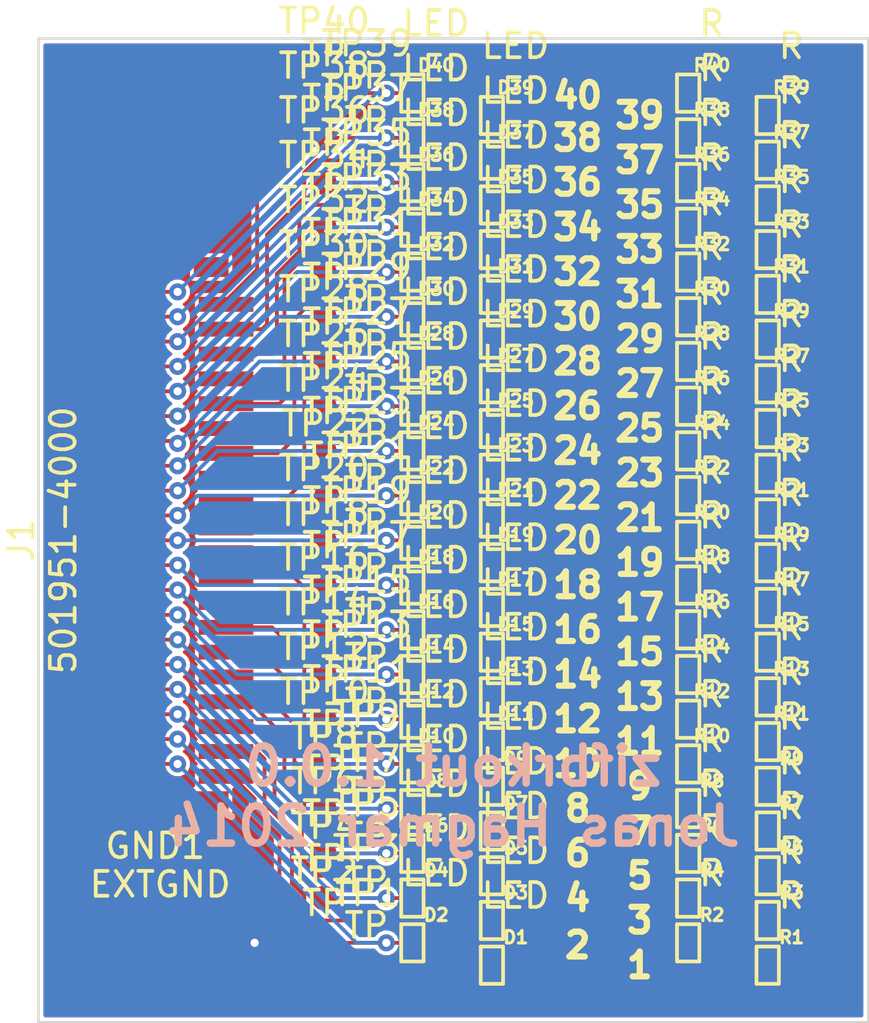
<source format=kicad_pcb>
(kicad_pcb (version 3) (host pcbnew "(2013-07-07 BZR 4022)-stable")
  (layers (15 F.Cu signal) (0 B.Cu signal) (18 B.Paste user) (19 F.Paste user) (20 B.SilkS user) (21 F.SilkS user) (22 B.Mask user) (23 F.Mask user) (28 Edge.Cuts user))
  (net 0 "")
  (net 1 GND)
  (net 2 N-0000010)
  (net 3 N-0000011)
  (net 4 N-0000012)
  (net 5 N-0000013)
  (net 6 N-0000014)
  (net 7 N-0000015)
  (net 8 N-0000016)
  (net 9 N-0000017)
  (net 10 N-0000018)
  (net 11 N-0000019)
  (net 12 N-000002)
  (net 13 N-0000020)
  (net 14 N-0000021)
  (net 15 N-0000022)
  (net 16 N-0000023)
  (net 17 N-0000024)
  (net 18 N-0000025)
  (net 19 N-0000026)
  (net 20 N-0000027)
  (net 21 N-0000028)
  (net 22 N-0000029)
  (net 23 N-000003)
  (net 24 N-0000030)
  (net 25 N-0000031)
  (net 26 N-0000032)
  (net 27 N-0000033)
  (net 28 N-0000034)
  (net 29 N-0000035)
  (net 30 N-0000036)
  (net 31 N-0000037)
  (net 32 N-0000038)
  (net 33 N-0000039)
  (net 34 N-000004)
  (net 35 N-0000040)
  (net 36 N-0000041)
  (net 37 N-0000042)
  (net 38 N-0000044)
  (net 39 N-0000045)
  (net 40 N-0000046)
  (net 41 N-0000047)
  (net 42 N-0000048)
  (net 43 N-0000049)
  (net 44 N-000005)
  (net 45 N-0000050)
  (net 46 N-0000051)
  (net 47 N-0000052)
  (net 48 N-0000053)
  (net 49 N-0000054)
  (net 50 N-0000055)
  (net 51 N-0000056)
  (net 52 N-0000057)
  (net 53 N-0000058)
  (net 54 N-0000059)
  (net 55 N-000006)
  (net 56 N-0000060)
  (net 57 N-0000061)
  (net 58 N-0000062)
  (net 59 N-0000063)
  (net 60 N-0000064)
  (net 61 N-0000065)
  (net 62 N-0000066)
  (net 63 N-0000067)
  (net 64 N-0000068)
  (net 65 N-0000069)
  (net 66 N-000007)
  (net 67 N-0000070)
  (net 68 N-0000071)
  (net 69 N-0000072)
  (net 70 N-0000073)
  (net 71 N-0000074)
  (net 72 N-0000075)
  (net 73 N-0000076)
  (net 74 N-0000077)
  (net 75 N-0000078)
  (net 76 N-0000079)
  (net 77 N-000008)
  (net 78 N-0000080)
  (net 79 N-0000081)
  (net 80 N-0000082)
  (net 81 N-000009)
  (module 501951-4000 (layer F.Cu) (at 36 34.5 90)
    (fp_text reference J1 (at 0 -4.5 90) (layer F.SilkS))
    (fp_text value 501951-4000 (at 0 -2.8 90) (layer F.SilkS))
    (pad 0 smd rect (at -10.5 0.45 90) (size 0.8 1.4) (layers F.Cu F.Paste F.Mask))
    (pad 0 smd rect (at -10.5 3.15 90) (size 0.8 1.4) (layers F.Cu F.Paste F.Mask))
    (pad 1 smd rect (at -9.5 3.75 90) (size 0.6 2.2) (layers F.Cu F.Paste F.Mask) (net 57 N-0000061))
    (pad 2 smd rect (at -9 -0.15 90) (size 0.6 2.2) (layers F.Cu F.Paste F.Mask) (net 56 N-0000060))
    (pad 3 smd rect (at -8.5 3.75 90) (size 0.6 2.2) (layers F.Cu F.Paste F.Mask) (net 54 N-0000059))
    (pad 4 smd rect (at -8 -0.15 90) (size 0.6 2.2) (layers F.Cu F.Paste F.Mask) (net 43 N-0000049))
    (pad 5 smd rect (at -7.5 3.75 90) (size 0.6 2.2) (layers F.Cu F.Paste F.Mask) (net 36 N-0000041))
    (pad 6 smd rect (at -7 -0.15 90) (size 0.6 2.2) (layers F.Cu F.Paste F.Mask) (net 35 N-0000040))
    (pad 7 smd rect (at -6.5 3.75 90) (size 0.6 2.2) (layers F.Cu F.Paste F.Mask) (net 33 N-0000039))
    (pad 8 smd rect (at -6 -0.15 90) (size 0.6 2.2) (layers F.Cu F.Paste F.Mask) (net 32 N-0000038))
    (pad 9 smd rect (at -5.5 3.75 90) (size 0.6 2.2) (layers F.Cu F.Paste F.Mask) (net 31 N-0000037))
    (pad 10 smd rect (at -5 -0.15 90) (size 0.6 2.2) (layers F.Cu F.Paste F.Mask) (net 30 N-0000036))
    (pad 11 smd rect (at -4.5 3.75 90) (size 0.6 2.2) (layers F.Cu F.Paste F.Mask) (net 14 N-0000021))
    (pad 12 smd rect (at -4 -0.15 90) (size 0.6 2.2) (layers F.Cu F.Paste F.Mask) (net 22 N-0000029))
    (pad 13 smd rect (at -3.5 3.75 90) (size 0.6 2.2) (layers F.Cu F.Paste F.Mask) (net 19 N-0000026))
    (pad 14 smd rect (at -3 -0.15 90) (size 0.6 2.2) (layers F.Cu F.Paste F.Mask) (net 16 N-0000023))
    (pad 15 smd rect (at -2.5 3.75 90) (size 0.6 2.2) (layers F.Cu F.Paste F.Mask) (net 53 N-0000058))
    (pad 16 smd rect (at -2 -0.15 90) (size 0.6 2.2) (layers F.Cu F.Paste F.Mask) (net 50 N-0000055))
    (pad 17 smd rect (at -1.5 3.75 90) (size 0.6 2.2) (layers F.Cu F.Paste F.Mask) (net 47 N-0000052))
    (pad 18 smd rect (at -1 -0.15 90) (size 0.6 2.2) (layers F.Cu F.Paste F.Mask) (net 37 N-0000042))
    (pad 19 smd rect (at -0.5 3.75 90) (size 0.6 2.2) (layers F.Cu F.Paste F.Mask) (net 40 N-0000046))
    (pad 20 smd rect (at 0 -0.15 90) (size 0.6 2.2) (layers F.Cu F.Paste F.Mask) (net 29 N-0000035))
    (pad 21 smd rect (at 0.5 3.75 90) (size 0.6 2.2) (layers F.Cu F.Paste F.Mask) (net 25 N-0000031))
    (pad 22 smd rect (at 1 -0.15 90) (size 0.6 2.2) (layers F.Cu F.Paste F.Mask) (net 21 N-0000028))
    (pad 23 smd rect (at 1.5 3.75 90) (size 0.6 2.2) (layers F.Cu F.Paste F.Mask) (net 18 N-0000025))
    (pad 24 smd rect (at 2 -0.15 90) (size 0.6 2.2) (layers F.Cu F.Paste F.Mask) (net 15 N-0000022))
    (pad 25 smd rect (at 2.5 3.75 90) (size 0.6 2.2) (layers F.Cu F.Paste F.Mask) (net 52 N-0000057))
    (pad 26 smd rect (at 3 -0.15 90) (size 0.6 2.2) (layers F.Cu F.Paste F.Mask) (net 49 N-0000054))
    (pad 27 smd rect (at 3.5 3.75 90) (size 0.6 2.2) (layers F.Cu F.Paste F.Mask) (net 46 N-0000051))
    (pad 28 smd rect (at 4 -0.15 90) (size 0.6 2.2) (layers F.Cu F.Paste F.Mask) (net 42 N-0000048))
    (pad 29 smd rect (at 4.5 3.75 90) (size 0.6 2.2) (layers F.Cu F.Paste F.Mask) (net 39 N-0000045))
    (pad 30 smd rect (at 5 -0.15 90) (size 0.6 2.2) (layers F.Cu F.Paste F.Mask) (net 28 N-0000034))
    (pad 31 smd rect (at 5.5 3.75 90) (size 0.6 2.2) (layers F.Cu F.Paste F.Mask) (net 24 N-0000030))
    (pad 32 smd rect (at 6 -0.15 90) (size 0.6 2.2) (layers F.Cu F.Paste F.Mask) (net 20 N-0000027))
    (pad 33 smd rect (at 6.5 3.75 90) (size 0.6 2.2) (layers F.Cu F.Paste F.Mask) (net 17 N-0000024))
    (pad 34 smd rect (at 7 -0.15 90) (size 0.6 2.2) (layers F.Cu F.Paste F.Mask) (net 26 N-0000032))
    (pad 35 smd rect (at 7.5 3.75 90) (size 0.6 2.2) (layers F.Cu F.Paste F.Mask) (net 51 N-0000056))
    (pad 36 smd rect (at 8 -0.15 90) (size 0.6 2.2) (layers F.Cu F.Paste F.Mask) (net 48 N-0000053))
    (pad 37 smd rect (at 8.5 3.75 90) (size 0.6 2.2) (layers F.Cu F.Paste F.Mask) (net 45 N-0000050))
    (pad 38 smd rect (at 9 -0.15 90) (size 0.6 2.2) (layers F.Cu F.Paste F.Mask) (net 41 N-0000047))
    (pad 39 smd rect (at 9.5 3.75 90) (size 0.6 2.2) (layers F.Cu F.Paste F.Mask) (net 38 N-0000044))
    (pad 40 smd rect (at 10 -0.15 90) (size 0.6 2.2) (layers F.Cu F.Paste F.Mask) (net 27 N-0000033))
    (pad 0 smd rect (at 11 0.45 90) (size 0.8 1.4) (layers F.Cu F.Paste F.Mask))
    (pad 0 smd rect (at 11 3.15 90) (size 0.8 1.4) (layers F.Cu F.Paste F.Mask))
  )
  (module TP (layer F.Cu) (at 45.4 24.6)
    (fp_text reference TP31 (at 0 -2.9) (layer F.SilkS))
    (fp_text value TP (at 0 -1.6) (layer F.SilkS))
    (pad 1 smd circle (at 0 0) (size 1 1) (layers F.Cu F.Paste F.Mask) (net 24 N-0000030))
  )
  (module TP (layer F.Cu) (at 45.4 33.6)
    (fp_text reference TP21 (at 0 -2.9) (layer F.SilkS))
    (fp_text value TP (at 0 -1.6) (layer F.SilkS))
    (pad 1 smd circle (at 0 0) (size 1 1) (layers F.Cu F.Paste F.Mask) (net 25 N-0000031))
  )
  (module TP (layer F.Cu) (at 43.8 32.7)
    (fp_text reference TP22 (at 0 -2.9) (layer F.SilkS))
    (fp_text value TP (at 0 -1.6) (layer F.SilkS))
    (pad 1 smd circle (at 0 0) (size 1 1) (layers F.Cu F.Paste F.Mask) (net 21 N-0000028))
  )
  (module TP (layer F.Cu) (at 45.4 31.8)
    (fp_text reference TP23 (at 0 -2.9) (layer F.SilkS))
    (fp_text value TP (at 0 -1.6) (layer F.SilkS))
    (pad 1 smd circle (at 0 0) (size 1 1) (layers F.Cu F.Paste F.Mask) (net 18 N-0000025))
  )
  (module TP (layer F.Cu) (at 43.7 30.9)
    (fp_text reference TP24 (at 0 -2.9) (layer F.SilkS))
    (fp_text value TP (at 0 -1.6) (layer F.SilkS))
    (pad 1 smd circle (at 0 0) (size 1 1) (layers F.Cu F.Paste F.Mask) (net 15 N-0000022))
  )
  (module TP (layer F.Cu) (at 45.4 30)
    (fp_text reference TP25 (at 0 -2.9) (layer F.SilkS))
    (fp_text value TP (at 0 -1.6) (layer F.SilkS))
    (pad 1 smd circle (at 0 0) (size 1 1) (layers F.Cu F.Paste F.Mask) (net 52 N-0000057))
  )
  (module TP (layer F.Cu) (at 43.7 29.1)
    (fp_text reference TP26 (at 0 -2.9) (layer F.SilkS))
    (fp_text value TP (at 0 -1.6) (layer F.SilkS))
    (pad 1 smd circle (at 0 0) (size 1 1) (layers F.Cu F.Paste F.Mask) (net 49 N-0000054))
  )
  (module TP (layer F.Cu) (at 45.4 28.2)
    (fp_text reference TP27 (at 0 -2.9) (layer F.SilkS))
    (fp_text value TP (at 0 -1.6) (layer F.SilkS))
    (pad 1 smd circle (at 0 0) (size 1 1) (layers F.Cu F.Paste F.Mask) (net 46 N-0000051))
  )
  (module TP (layer F.Cu) (at 43.7 27.3)
    (fp_text reference TP28 (at 0 -2.9) (layer F.SilkS))
    (fp_text value TP (at 0 -1.6) (layer F.SilkS))
    (pad 1 smd circle (at 0 0) (size 1 1) (layers F.Cu F.Paste F.Mask) (net 42 N-0000048))
  )
  (module TP (layer F.Cu) (at 45.4 26.4)
    (fp_text reference TP29 (at 0 -2.9) (layer F.SilkS))
    (fp_text value TP (at 0 -1.6) (layer F.SilkS))
    (pad 1 smd circle (at 0 0) (size 1 1) (layers F.Cu F.Paste F.Mask) (net 39 N-0000045))
  )
  (module TP (layer F.Cu) (at 43.7 25.5)
    (fp_text reference TP30 (at 0 -2.9) (layer F.SilkS))
    (fp_text value TP (at 0 -1.6) (layer F.SilkS))
    (pad 1 smd circle (at 0 0) (size 1 1) (layers F.Cu F.Paste F.Mask) (net 28 N-0000034))
  )
  (module TP (layer F.Cu) (at 45.4 51.6)
    (fp_text reference TP1 (at 0 -2.9) (layer F.SilkS))
    (fp_text value TP (at 0 -1.6) (layer F.SilkS))
    (pad 1 smd circle (at 0 0) (size 1 1) (layers F.Cu F.Paste F.Mask) (net 57 N-0000061))
  )
  (module TP (layer F.Cu) (at 43.7 23.7)
    (fp_text reference TP32 (at 0 -2.9) (layer F.SilkS))
    (fp_text value TP (at 0 -1.6) (layer F.SilkS))
    (pad 1 smd circle (at 0 0) (size 1 1) (layers F.Cu F.Paste F.Mask) (net 20 N-0000027))
  )
  (module TP (layer F.Cu) (at 45.4 22.8)
    (fp_text reference TP33 (at 0 -2.9) (layer F.SilkS))
    (fp_text value TP (at 0 -1.6) (layer F.SilkS))
    (pad 1 smd circle (at 0 0) (size 1 1) (layers F.Cu F.Paste F.Mask) (net 17 N-0000024))
  )
  (module TP (layer F.Cu) (at 43.7 21.9)
    (fp_text reference TP34 (at 0 -2.9) (layer F.SilkS))
    (fp_text value TP (at 0 -1.6) (layer F.SilkS))
    (pad 1 smd circle (at 0 0) (size 1 1) (layers F.Cu F.Paste F.Mask) (net 26 N-0000032))
  )
  (module TP (layer F.Cu) (at 45.4 21)
    (fp_text reference TP35 (at 0 -2.9) (layer F.SilkS))
    (fp_text value TP (at 0 -1.6) (layer F.SilkS))
    (pad 1 smd circle (at 0 0) (size 1 1) (layers F.Cu F.Paste F.Mask) (net 51 N-0000056))
  )
  (module TP (layer F.Cu) (at 43.7 20.1)
    (fp_text reference TP36 (at 0 -2.9) (layer F.SilkS))
    (fp_text value TP (at 0 -1.6) (layer F.SilkS))
    (pad 1 smd circle (at 0 0) (size 1 1) (layers F.Cu F.Paste F.Mask) (net 48 N-0000053))
  )
  (module TP (layer F.Cu) (at 45.4 19.2)
    (fp_text reference TP37 (at 0 -2.9) (layer F.SilkS))
    (fp_text value TP (at 0 -1.6) (layer F.SilkS))
    (pad 1 smd circle (at 0 0) (size 1 1) (layers F.Cu F.Paste F.Mask) (net 45 N-0000050))
  )
  (module TP (layer F.Cu) (at 43.7 18.3)
    (fp_text reference TP38 (at 0 -2.9) (layer F.SilkS))
    (fp_text value TP (at 0 -1.6) (layer F.SilkS))
    (pad 1 smd circle (at 0 0) (size 1 1) (layers F.Cu F.Paste F.Mask) (net 41 N-0000047))
  )
  (module TP (layer F.Cu) (at 45.4 17.4)
    (fp_text reference TP39 (at 0 -2.9) (layer F.SilkS))
    (fp_text value TP (at 0 -1.6) (layer F.SilkS))
    (pad 1 smd circle (at 0 0) (size 1 1) (layers F.Cu F.Paste F.Mask) (net 38 N-0000044))
  )
  (module TP (layer F.Cu) (at 43.7 16.5)
    (fp_text reference TP40 (at 0 -2.9) (layer F.SilkS))
    (fp_text value TP (at 0 -1.6) (layer F.SilkS))
    (pad 1 smd circle (at 0 0) (size 1 1) (layers F.Cu F.Paste F.Mask) (net 27 N-0000033))
  )
  (module TP (layer F.Cu) (at 43.7 43.5)
    (fp_text reference TP10 (at 0 -2.9) (layer F.SilkS))
    (fp_text value TP (at 0 -1.6) (layer F.SilkS))
    (pad 1 smd circle (at 0 0) (size 1 1) (layers F.Cu F.Paste F.Mask) (net 30 N-0000036))
  )
  (module TP (layer F.Cu) (at 43.7 34.5)
    (fp_text reference TP20 (at 0 -2.9) (layer F.SilkS))
    (fp_text value TP (at 0 -1.6) (layer F.SilkS))
    (pad 1 smd circle (at 0 0) (size 1 1) (layers F.Cu F.Paste F.Mask) (net 29 N-0000035))
  )
  (module TP (layer F.Cu) (at 43.7 50.7)
    (fp_text reference TP2 (at 0 -2.9) (layer F.SilkS))
    (fp_text value TP (at 0 -1.6) (layer F.SilkS))
    (pad 1 smd circle (at 0 0) (size 1 1) (layers F.Cu F.Paste F.Mask) (net 56 N-0000060))
  )
  (module TP (layer F.Cu) (at 45.4 49.8)
    (fp_text reference TP3 (at 0 -2.9) (layer F.SilkS))
    (fp_text value TP (at 0 -1.6) (layer F.SilkS))
    (pad 1 smd circle (at 0 0) (size 1 1) (layers F.Cu F.Paste F.Mask) (net 54 N-0000059))
  )
  (module TP (layer F.Cu) (at 43.7 48.9)
    (fp_text reference TP4 (at 0 -2.9) (layer F.SilkS))
    (fp_text value TP (at 0 -1.6) (layer F.SilkS))
    (pad 1 smd circle (at 0 0) (size 1 1) (layers F.Cu F.Paste F.Mask) (net 43 N-0000049))
  )
  (module TP (layer F.Cu) (at 45.4 48)
    (fp_text reference TP5 (at 0 -2.9) (layer F.SilkS))
    (fp_text value TP (at 0 -1.6) (layer F.SilkS))
    (pad 1 smd circle (at 0 0) (size 1 1) (layers F.Cu F.Paste F.Mask) (net 36 N-0000041))
  )
  (module TP (layer F.Cu) (at 43.7 47.1)
    (fp_text reference TP6 (at 0 -2.9) (layer F.SilkS))
    (fp_text value TP (at 0 -1.6) (layer F.SilkS))
    (pad 1 smd circle (at 0 0) (size 1 1) (layers F.Cu F.Paste F.Mask) (net 35 N-0000040))
  )
  (module TP (layer F.Cu) (at 45.4 46.2)
    (fp_text reference TP7 (at 0 -2.9) (layer F.SilkS))
    (fp_text value TP (at 0 -1.6) (layer F.SilkS))
    (pad 1 smd circle (at 0 0) (size 1 1) (layers F.Cu F.Paste F.Mask) (net 33 N-0000039))
  )
  (module TP (layer F.Cu) (at 43.7 45.3)
    (fp_text reference TP8 (at 0 -2.9) (layer F.SilkS))
    (fp_text value TP (at 0 -1.6) (layer F.SilkS))
    (pad 1 smd circle (at 0 0) (size 1 1) (layers F.Cu F.Paste F.Mask) (net 32 N-0000038))
  )
  (module TP (layer F.Cu) (at 45.4 44.4)
    (fp_text reference TP9 (at 0 -2.9) (layer F.SilkS))
    (fp_text value TP (at 0 -1.6) (layer F.SilkS))
    (pad 1 smd circle (at 0 0) (size 1 1) (layers F.Cu F.Paste F.Mask) (net 31 N-0000037))
  )
  (module TP (layer F.Cu) (at 45.4 42.6)
    (fp_text reference TP11 (at 0 -2.9) (layer F.SilkS))
    (fp_text value TP (at 0 -1.6) (layer F.SilkS))
    (pad 1 smd circle (at 0 0) (size 1 1) (layers F.Cu F.Paste F.Mask) (net 14 N-0000021))
  )
  (module TP (layer F.Cu) (at 43.7 41.7)
    (fp_text reference TP12 (at 0 -2.9) (layer F.SilkS))
    (fp_text value TP (at 0 -1.6) (layer F.SilkS))
    (pad 1 smd circle (at 0 0) (size 1 1) (layers F.Cu F.Paste F.Mask) (net 22 N-0000029))
  )
  (module TP (layer F.Cu) (at 45.4 40.8)
    (fp_text reference TP13 (at 0 -2.9) (layer F.SilkS))
    (fp_text value TP (at 0 -1.6) (layer F.SilkS))
    (pad 1 smd circle (at 0 0) (size 1 1) (layers F.Cu F.Paste F.Mask) (net 19 N-0000026))
  )
  (module TP (layer F.Cu) (at 43.7 39.9)
    (fp_text reference TP14 (at 0 -2.9) (layer F.SilkS))
    (fp_text value TP (at 0 -1.6) (layer F.SilkS))
    (pad 1 smd circle (at 0 0) (size 1 1) (layers F.Cu F.Paste F.Mask) (net 16 N-0000023))
  )
  (module TP (layer F.Cu) (at 45.4 39)
    (fp_text reference TP15 (at 0 -2.9) (layer F.SilkS))
    (fp_text value TP (at 0 -1.6) (layer F.SilkS))
    (pad 1 smd circle (at 0 0) (size 1 1) (layers F.Cu F.Paste F.Mask) (net 53 N-0000058))
  )
  (module TP (layer F.Cu) (at 43.7 38.1)
    (fp_text reference TP16 (at 0 -2.9) (layer F.SilkS))
    (fp_text value TP (at 0 -1.6) (layer F.SilkS))
    (pad 1 smd circle (at 0 0) (size 1 1) (layers F.Cu F.Paste F.Mask) (net 50 N-0000055))
  )
  (module TP (layer F.Cu) (at 45.4 37.2)
    (fp_text reference TP17 (at 0 -2.9) (layer F.SilkS))
    (fp_text value TP (at 0 -1.6) (layer F.SilkS))
    (pad 1 smd circle (at 0 0) (size 1 1) (layers F.Cu F.Paste F.Mask) (net 47 N-0000052))
  )
  (module TP (layer F.Cu) (at 43.7 36.3)
    (fp_text reference TP18 (at 0 -2.9) (layer F.SilkS))
    (fp_text value TP (at 0 -1.6) (layer F.SilkS))
    (pad 1 smd circle (at 0 0) (size 1 1) (layers F.Cu F.Paste F.Mask) (net 37 N-0000042))
  )
  (module TP (layer F.Cu) (at 45.4 35.4)
    (fp_text reference TP19 (at 0 -2.9) (layer F.SilkS))
    (fp_text value TP (at 0 -1.6) (layer F.SilkS))
    (pad 1 smd circle (at 0 0) (size 1 1) (layers F.Cu F.Paste F.Mask) (net 40 N-0000046))
  )
  (module 0805 (layer F.Cu) (at 59.3 38.1)
    (fp_text reference R16 (at 0.01 -1.12) (layer F.SilkS) (effects (font (size 0.5 0.5) (thickness 0.125))))
    (fp_text value R (at 0 -2.8) (layer F.SilkS))
    (pad 1 smd rect (at -0.95 0) (size 0.7 1.3) (layers F.Cu F.Paste F.Mask) (net 71 N-0000074))
    (pad 2 smd rect (at 0.95 0) (size 0.7 1.3) (layers F.Cu F.Paste F.Mask) (net 1 GND))
  )
  (module 0805 (layer F.Cu) (at 62.5 39)
    (fp_text reference R15 (at 0.01 -1.12) (layer F.SilkS) (effects (font (size 0.5 0.5) (thickness 0.125))))
    (fp_text value R (at 0 -2.8) (layer F.SilkS))
    (pad 1 smd rect (at -0.95 0) (size 0.7 1.3) (layers F.Cu F.Paste F.Mask) (net 72 N-0000075))
    (pad 2 smd rect (at 0.95 0) (size 0.7 1.3) (layers F.Cu F.Paste F.Mask) (net 1 GND))
  )
  (module 0805 (layer F.Cu) (at 62.5 40.8)
    (fp_text reference R13 (at 0.01 -1.12) (layer F.SilkS) (effects (font (size 0.5 0.5) (thickness 0.125))))
    (fp_text value R (at 0 -2.8) (layer F.SilkS))
    (pad 1 smd rect (at -0.95 0) (size 0.7 1.3) (layers F.Cu F.Paste F.Mask) (net 73 N-0000076))
    (pad 2 smd rect (at 0.95 0) (size 0.7 1.3) (layers F.Cu F.Paste F.Mask) (net 1 GND))
  )
  (module 0805 (layer F.Cu) (at 59.3 39.9)
    (fp_text reference R14 (at 0.01 -1.12) (layer F.SilkS) (effects (font (size 0.5 0.5) (thickness 0.125))))
    (fp_text value R (at 0 -2.8) (layer F.SilkS))
    (pad 1 smd rect (at -0.95 0) (size 0.7 1.3) (layers F.Cu F.Paste F.Mask) (net 68 N-0000071))
    (pad 2 smd rect (at 0.95 0) (size 0.7 1.3) (layers F.Cu F.Paste F.Mask) (net 1 GND))
  )
  (module 0805 (layer F.Cu) (at 62.5 33.6)
    (fp_text reference R21 (at 0.01 -1.12) (layer F.SilkS) (effects (font (size 0.5 0.5) (thickness 0.125))))
    (fp_text value R (at 0 -2.8) (layer F.SilkS))
    (pad 1 smd rect (at -0.95 0) (size 0.7 1.3) (layers F.Cu F.Paste F.Mask) (net 58 N-0000062))
    (pad 2 smd rect (at 0.95 0) (size 0.7 1.3) (layers F.Cu F.Paste F.Mask) (net 1 GND))
  )
  (module 0805 (layer F.Cu) (at 62.5 37.2)
    (fp_text reference R17 (at 0.01 -1.12) (layer F.SilkS) (effects (font (size 0.5 0.5) (thickness 0.125))))
    (fp_text value R (at 0 -2.8) (layer F.SilkS))
    (pad 1 smd rect (at -0.95 0) (size 0.7 1.3) (layers F.Cu F.Paste F.Mask) (net 70 N-0000073))
    (pad 2 smd rect (at 0.95 0) (size 0.7 1.3) (layers F.Cu F.Paste F.Mask) (net 1 GND))
  )
  (module 0805 (layer F.Cu) (at 59.3 36.3)
    (fp_text reference R18 (at 0.01 -1.12) (layer F.SilkS) (effects (font (size 0.5 0.5) (thickness 0.125))))
    (fp_text value R (at 0 -2.8) (layer F.SilkS))
    (pad 1 smd rect (at -0.95 0) (size 0.7 1.3) (layers F.Cu F.Paste F.Mask) (net 69 N-0000072))
    (pad 2 smd rect (at 0.95 0) (size 0.7 1.3) (layers F.Cu F.Paste F.Mask) (net 1 GND))
  )
  (module 0805 (layer F.Cu) (at 62.5 35.4)
    (fp_text reference R19 (at 0.01 -1.12) (layer F.SilkS) (effects (font (size 0.5 0.5) (thickness 0.125))))
    (fp_text value R (at 0 -2.8) (layer F.SilkS))
    (pad 1 smd rect (at -0.95 0) (size 0.7 1.3) (layers F.Cu F.Paste F.Mask) (net 79 N-0000081))
    (pad 2 smd rect (at 0.95 0) (size 0.7 1.3) (layers F.Cu F.Paste F.Mask) (net 1 GND))
  )
  (module 0805 (layer F.Cu) (at 59.3 34.5)
    (fp_text reference R20 (at 0.01 -1.12) (layer F.SilkS) (effects (font (size 0.5 0.5) (thickness 0.125))))
    (fp_text value R (at 0 -2.8) (layer F.SilkS))
    (pad 1 smd rect (at -0.95 0) (size 0.7 1.3) (layers F.Cu F.Paste F.Mask) (net 80 N-0000082))
    (pad 2 smd rect (at 0.95 0) (size 0.7 1.3) (layers F.Cu F.Paste F.Mask) (net 1 GND))
  )
  (module 0805 (layer F.Cu) (at 59.3 23.7)
    (fp_text reference R32 (at 0.01 -1.12) (layer F.SilkS) (effects (font (size 0.5 0.5) (thickness 0.125))))
    (fp_text value R (at 0 -2.8) (layer F.SilkS))
    (pad 1 smd rect (at -0.95 0) (size 0.7 1.3) (layers F.Cu F.Paste F.Mask) (net 13 N-0000020))
    (pad 2 smd rect (at 0.95 0) (size 0.7 1.3) (layers F.Cu F.Paste F.Mask) (net 1 GND))
  )
  (module 0805 (layer F.Cu) (at 59.3 41.7)
    (fp_text reference R12 (at 0.01 -1.12) (layer F.SilkS) (effects (font (size 0.5 0.5) (thickness 0.125))))
    (fp_text value R (at 0 -2.8) (layer F.SilkS))
    (pad 1 smd rect (at -0.95 0) (size 0.7 1.3) (layers F.Cu F.Paste F.Mask) (net 74 N-0000077))
    (pad 2 smd rect (at 0.95 0) (size 0.7 1.3) (layers F.Cu F.Paste F.Mask) (net 1 GND))
  )
  (module 0805 (layer F.Cu) (at 62.5 42.6)
    (fp_text reference R11 (at 0.01 -1.12) (layer F.SilkS) (effects (font (size 0.5 0.5) (thickness 0.125))))
    (fp_text value R (at 0 -2.8) (layer F.SilkS))
    (pad 1 smd rect (at -0.95 0) (size 0.7 1.3) (layers F.Cu F.Paste F.Mask) (net 75 N-0000078))
    (pad 2 smd rect (at 0.95 0) (size 0.7 1.3) (layers F.Cu F.Paste F.Mask) (net 1 GND))
  )
  (module 0805 (layer F.Cu) (at 59.3 43.5)
    (fp_text reference R10 (at 0.01 -1.12) (layer F.SilkS) (effects (font (size 0.5 0.5) (thickness 0.125))))
    (fp_text value R (at 0 -2.8) (layer F.SilkS))
    (pad 1 smd rect (at -0.95 0) (size 0.7 1.3) (layers F.Cu F.Paste F.Mask) (net 76 N-0000079))
    (pad 2 smd rect (at 0.95 0) (size 0.7 1.3) (layers F.Cu F.Paste F.Mask) (net 1 GND))
  )
  (module 0805 (layer F.Cu) (at 62.5 44.4)
    (fp_text reference R9 (at 0.01 -1.12) (layer F.SilkS) (effects (font (size 0.5 0.5) (thickness 0.125))))
    (fp_text value R (at 0 -2.8) (layer F.SilkS))
    (pad 1 smd rect (at -0.95 0) (size 0.7 1.3) (layers F.Cu F.Paste F.Mask) (net 64 N-0000068))
    (pad 2 smd rect (at 0.95 0) (size 0.7 1.3) (layers F.Cu F.Paste F.Mask) (net 1 GND))
  )
  (module 0805 (layer F.Cu) (at 59.3 45.3)
    (fp_text reference R8 (at 0.01 -1.12) (layer F.SilkS) (effects (font (size 0.5 0.5) (thickness 0.125))))
    (fp_text value R (at 0 -2.8) (layer F.SilkS))
    (pad 1 smd rect (at -0.95 0) (size 0.7 1.3) (layers F.Cu F.Paste F.Mask) (net 59 N-0000063))
    (pad 2 smd rect (at 0.95 0) (size 0.7 1.3) (layers F.Cu F.Paste F.Mask) (net 1 GND))
  )
  (module 0805 (layer F.Cu) (at 62.5 46.2)
    (fp_text reference R7 (at 0.01 -1.12) (layer F.SilkS) (effects (font (size 0.5 0.5) (thickness 0.125))))
    (fp_text value R (at 0 -2.8) (layer F.SilkS))
    (pad 1 smd rect (at -0.95 0) (size 0.7 1.3) (layers F.Cu F.Paste F.Mask) (net 60 N-0000064))
    (pad 2 smd rect (at 0.95 0) (size 0.7 1.3) (layers F.Cu F.Paste F.Mask) (net 1 GND))
  )
  (module 0805 (layer F.Cu) (at 59.3 47.1)
    (fp_text reference R6 (at 0.01 -1.12) (layer F.SilkS) (effects (font (size 0.5 0.5) (thickness 0.125))))
    (fp_text value R (at 0 -2.8) (layer F.SilkS))
    (pad 1 smd rect (at -0.95 0) (size 0.7 1.3) (layers F.Cu F.Paste F.Mask) (net 61 N-0000065))
    (pad 2 smd rect (at 0.95 0) (size 0.7 1.3) (layers F.Cu F.Paste F.Mask) (net 1 GND))
  )
  (module 0805 (layer F.Cu) (at 62.5 48)
    (fp_text reference R5 (at 0.01 -1.12) (layer F.SilkS) (effects (font (size 0.5 0.5) (thickness 0.125))))
    (fp_text value R (at 0 -2.8) (layer F.SilkS))
    (pad 1 smd rect (at -0.95 0) (size 0.7 1.3) (layers F.Cu F.Paste F.Mask) (net 62 N-0000066))
    (pad 2 smd rect (at 0.95 0) (size 0.7 1.3) (layers F.Cu F.Paste F.Mask) (net 1 GND))
  )
  (module 0805 (layer F.Cu) (at 59.3 48.9)
    (fp_text reference R4 (at 0.01 -1.12) (layer F.SilkS) (effects (font (size 0.5 0.5) (thickness 0.125))))
    (fp_text value R (at 0 -2.8) (layer F.SilkS))
    (pad 1 smd rect (at -0.95 0) (size 0.7 1.3) (layers F.Cu F.Paste F.Mask) (net 63 N-0000067))
    (pad 2 smd rect (at 0.95 0) (size 0.7 1.3) (layers F.Cu F.Paste F.Mask) (net 1 GND))
  )
  (module 0805 (layer F.Cu) (at 62.5 49.8)
    (fp_text reference R3 (at 0.01 -1.12) (layer F.SilkS) (effects (font (size 0.5 0.5) (thickness 0.125))))
    (fp_text value R (at 0 -2.8) (layer F.SilkS))
    (pad 1 smd rect (at -0.95 0) (size 0.7 1.3) (layers F.Cu F.Paste F.Mask) (net 65 N-0000069))
    (pad 2 smd rect (at 0.95 0) (size 0.7 1.3) (layers F.Cu F.Paste F.Mask) (net 1 GND))
  )
  (module 0805 (layer F.Cu) (at 62.5 24.6)
    (fp_text reference R31 (at 0.01 -1.12) (layer F.SilkS) (effects (font (size 0.5 0.5) (thickness 0.125))))
    (fp_text value R (at 0 -2.8) (layer F.SilkS))
    (pad 1 smd rect (at -0.95 0) (size 0.7 1.3) (layers F.Cu F.Paste F.Mask) (net 23 N-000003))
    (pad 2 smd rect (at 0.95 0) (size 0.7 1.3) (layers F.Cu F.Paste F.Mask) (net 1 GND))
  )
  (module 0805 (layer F.Cu) (at 59.3 16.5)
    (fp_text reference R40 (at 0.01 -1.12) (layer F.SilkS) (effects (font (size 0.5 0.5) (thickness 0.125))))
    (fp_text value R (at 0 -2.8) (layer F.SilkS))
    (pad 1 smd rect (at -0.95 0) (size 0.7 1.3) (layers F.Cu F.Paste F.Mask) (net 4 N-0000012))
    (pad 2 smd rect (at 0.95 0) (size 0.7 1.3) (layers F.Cu F.Paste F.Mask) (net 1 GND))
  )
  (module 0805 (layer F.Cu) (at 62.5 17.4)
    (fp_text reference R39 (at 0.01 -1.12) (layer F.SilkS) (effects (font (size 0.5 0.5) (thickness 0.125))))
    (fp_text value R (at 0 -2.8) (layer F.SilkS))
    (pad 1 smd rect (at -0.95 0) (size 0.7 1.3) (layers F.Cu F.Paste F.Mask) (net 5 N-0000013))
    (pad 2 smd rect (at 0.95 0) (size 0.7 1.3) (layers F.Cu F.Paste F.Mask) (net 1 GND))
  )
  (module 0805 (layer F.Cu) (at 59.3 18.3)
    (fp_text reference R38 (at 0.01 -1.12) (layer F.SilkS) (effects (font (size 0.5 0.5) (thickness 0.125))))
    (fp_text value R (at 0 -2.8) (layer F.SilkS))
    (pad 1 smd rect (at -0.95 0) (size 0.7 1.3) (layers F.Cu F.Paste F.Mask) (net 6 N-0000014))
    (pad 2 smd rect (at 0.95 0) (size 0.7 1.3) (layers F.Cu F.Paste F.Mask) (net 1 GND))
  )
  (module 0805 (layer F.Cu) (at 62.5 19.2)
    (fp_text reference R37 (at 0.01 -1.12) (layer F.SilkS) (effects (font (size 0.5 0.5) (thickness 0.125))))
    (fp_text value R (at 0 -2.8) (layer F.SilkS))
    (pad 1 smd rect (at -0.95 0) (size 0.7 1.3) (layers F.Cu F.Paste F.Mask) (net 7 N-0000015))
    (pad 2 smd rect (at 0.95 0) (size 0.7 1.3) (layers F.Cu F.Paste F.Mask) (net 1 GND))
  )
  (module 0805 (layer F.Cu) (at 59.3 20.1)
    (fp_text reference R36 (at 0.01 -1.12) (layer F.SilkS) (effects (font (size 0.5 0.5) (thickness 0.125))))
    (fp_text value R (at 0 -2.8) (layer F.SilkS))
    (pad 1 smd rect (at -0.95 0) (size 0.7 1.3) (layers F.Cu F.Paste F.Mask) (net 8 N-0000016))
    (pad 2 smd rect (at 0.95 0) (size 0.7 1.3) (layers F.Cu F.Paste F.Mask) (net 1 GND))
  )
  (module 0805 (layer F.Cu) (at 62.5 21)
    (fp_text reference R35 (at 0.01 -1.12) (layer F.SilkS) (effects (font (size 0.5 0.5) (thickness 0.125))))
    (fp_text value R (at 0 -2.8) (layer F.SilkS))
    (pad 1 smd rect (at -0.95 0) (size 0.7 1.3) (layers F.Cu F.Paste F.Mask) (net 9 N-0000017))
    (pad 2 smd rect (at 0.95 0) (size 0.7 1.3) (layers F.Cu F.Paste F.Mask) (net 1 GND))
  )
  (module 0805 (layer F.Cu) (at 59.3 21.9)
    (fp_text reference R34 (at 0.01 -1.12) (layer F.SilkS) (effects (font (size 0.5 0.5) (thickness 0.125))))
    (fp_text value R (at 0 -2.8) (layer F.SilkS))
    (pad 1 smd rect (at -0.95 0) (size 0.7 1.3) (layers F.Cu F.Paste F.Mask) (net 10 N-0000018))
    (pad 2 smd rect (at 0.95 0) (size 0.7 1.3) (layers F.Cu F.Paste F.Mask) (net 1 GND))
  )
  (module 0805 (layer F.Cu) (at 62.5 22.8)
    (fp_text reference R33 (at 0.01 -1.12) (layer F.SilkS) (effects (font (size 0.5 0.5) (thickness 0.125))))
    (fp_text value R (at 0 -2.8) (layer F.SilkS))
    (pad 1 smd rect (at -0.95 0) (size 0.7 1.3) (layers F.Cu F.Paste F.Mask) (net 11 N-0000019))
    (pad 2 smd rect (at 0.95 0) (size 0.7 1.3) (layers F.Cu F.Paste F.Mask) (net 1 GND))
  )
  (module 0805 (layer F.Cu) (at 51.4 51.6)
    (fp_text reference D1 (at 0.01 -1.12) (layer F.SilkS) (effects (font (size 0.5 0.5) (thickness 0.125))))
    (fp_text value LED (at 0 -2.8) (layer F.SilkS))
    (pad 1 smd rect (at -0.95 0) (size 0.7 1.3) (layers F.Cu F.Paste F.Mask) (net 57 N-0000061))
    (pad 2 smd rect (at 0.95 0) (size 0.7 1.3) (layers F.Cu F.Paste F.Mask) (net 78 N-0000080))
  )
  (module 0805 (layer F.Cu) (at 59.3 32.7)
    (fp_text reference R22 (at 0.01 -1.12) (layer F.SilkS) (effects (font (size 0.5 0.5) (thickness 0.125))))
    (fp_text value R (at 0 -2.8) (layer F.SilkS))
    (pad 1 smd rect (at -0.95 0) (size 0.7 1.3) (layers F.Cu F.Paste F.Mask) (net 3 N-0000011))
    (pad 2 smd rect (at 0.95 0) (size 0.7 1.3) (layers F.Cu F.Paste F.Mask) (net 1 GND))
  )
  (module 0805 (layer F.Cu) (at 59.3 25.5)
    (fp_text reference R30 (at 0.01 -1.12) (layer F.SilkS) (effects (font (size 0.5 0.5) (thickness 0.125))))
    (fp_text value R (at 0 -2.8) (layer F.SilkS))
    (pad 1 smd rect (at -0.95 0) (size 0.7 1.3) (layers F.Cu F.Paste F.Mask) (net 34 N-000004))
    (pad 2 smd rect (at 0.95 0) (size 0.7 1.3) (layers F.Cu F.Paste F.Mask) (net 1 GND))
  )
  (module 0805 (layer F.Cu) (at 62.5 26.4)
    (fp_text reference R29 (at 0.01 -1.12) (layer F.SilkS) (effects (font (size 0.5 0.5) (thickness 0.125))))
    (fp_text value R (at 0 -2.8) (layer F.SilkS))
    (pad 1 smd rect (at -0.95 0) (size 0.7 1.3) (layers F.Cu F.Paste F.Mask) (net 44 N-000005))
    (pad 2 smd rect (at 0.95 0) (size 0.7 1.3) (layers F.Cu F.Paste F.Mask) (net 1 GND))
  )
  (module 0805 (layer F.Cu) (at 59.3 27.3)
    (fp_text reference R28 (at 0.01 -1.12) (layer F.SilkS) (effects (font (size 0.5 0.5) (thickness 0.125))))
    (fp_text value R (at 0 -2.8) (layer F.SilkS))
    (pad 1 smd rect (at -0.95 0) (size 0.7 1.3) (layers F.Cu F.Paste F.Mask) (net 55 N-000006))
    (pad 2 smd rect (at 0.95 0) (size 0.7 1.3) (layers F.Cu F.Paste F.Mask) (net 1 GND))
  )
  (module 0805 (layer F.Cu) (at 62.5 28.2)
    (fp_text reference R27 (at 0.01 -1.12) (layer F.SilkS) (effects (font (size 0.5 0.5) (thickness 0.125))))
    (fp_text value R (at 0 -2.8) (layer F.SilkS))
    (pad 1 smd rect (at -0.95 0) (size 0.7 1.3) (layers F.Cu F.Paste F.Mask) (net 66 N-000007))
    (pad 2 smd rect (at 0.95 0) (size 0.7 1.3) (layers F.Cu F.Paste F.Mask) (net 1 GND))
  )
  (module 0805 (layer F.Cu) (at 59.3 29.1)
    (fp_text reference R26 (at 0.01 -1.12) (layer F.SilkS) (effects (font (size 0.5 0.5) (thickness 0.125))))
    (fp_text value R (at 0 -2.8) (layer F.SilkS))
    (pad 1 smd rect (at -0.95 0) (size 0.7 1.3) (layers F.Cu F.Paste F.Mask) (net 12 N-000002))
    (pad 2 smd rect (at 0.95 0) (size 0.7 1.3) (layers F.Cu F.Paste F.Mask) (net 1 GND))
  )
  (module 0805 (layer F.Cu) (at 62.5 30)
    (fp_text reference R25 (at 0.01 -1.12) (layer F.SilkS) (effects (font (size 0.5 0.5) (thickness 0.125))))
    (fp_text value R (at 0 -2.8) (layer F.SilkS))
    (pad 1 smd rect (at -0.95 0) (size 0.7 1.3) (layers F.Cu F.Paste F.Mask) (net 77 N-000008))
    (pad 2 smd rect (at 0.95 0) (size 0.7 1.3) (layers F.Cu F.Paste F.Mask) (net 1 GND))
  )
  (module 0805 (layer F.Cu) (at 59.3 30.9)
    (fp_text reference R24 (at 0.01 -1.12) (layer F.SilkS) (effects (font (size 0.5 0.5) (thickness 0.125))))
    (fp_text value R (at 0 -2.8) (layer F.SilkS))
    (pad 1 smd rect (at -0.95 0) (size 0.7 1.3) (layers F.Cu F.Paste F.Mask) (net 81 N-000009))
    (pad 2 smd rect (at 0.95 0) (size 0.7 1.3) (layers F.Cu F.Paste F.Mask) (net 1 GND))
  )
  (module 0805 (layer F.Cu) (at 62.5 31.8)
    (fp_text reference R23 (at 0.01 -1.12) (layer F.SilkS) (effects (font (size 0.5 0.5) (thickness 0.125))))
    (fp_text value R (at 0 -2.8) (layer F.SilkS))
    (pad 1 smd rect (at -0.95 0) (size 0.7 1.3) (layers F.Cu F.Paste F.Mask) (net 2 N-0000010))
    (pad 2 smd rect (at 0.95 0) (size 0.7 1.3) (layers F.Cu F.Paste F.Mask) (net 1 GND))
  )
  (module 0805 (layer F.Cu) (at 48.2 43.5)
    (fp_text reference D10 (at 0.01 -1.12) (layer F.SilkS) (effects (font (size 0.5 0.5) (thickness 0.125))))
    (fp_text value LED (at 0 -2.8) (layer F.SilkS))
    (pad 1 smd rect (at -0.95 0) (size 0.7 1.3) (layers F.Cu F.Paste F.Mask) (net 30 N-0000036))
    (pad 2 smd rect (at 0.95 0) (size 0.7 1.3) (layers F.Cu F.Paste F.Mask) (net 76 N-0000079))
  )
  (module 0805 (layer F.Cu) (at 48.2 34.5)
    (fp_text reference D20 (at 0.01 -1.12) (layer F.SilkS) (effects (font (size 0.5 0.5) (thickness 0.125))))
    (fp_text value LED (at 0 -2.8) (layer F.SilkS))
    (pad 1 smd rect (at -0.95 0) (size 0.7 1.3) (layers F.Cu F.Paste F.Mask) (net 29 N-0000035))
    (pad 2 smd rect (at 0.95 0) (size 0.7 1.3) (layers F.Cu F.Paste F.Mask) (net 80 N-0000082))
  )
  (module 0805 (layer F.Cu) (at 51.4 35.4)
    (fp_text reference D19 (at 0.01 -1.12) (layer F.SilkS) (effects (font (size 0.5 0.5) (thickness 0.125))))
    (fp_text value LED (at 0 -2.8) (layer F.SilkS))
    (pad 1 smd rect (at -0.95 0) (size 0.7 1.3) (layers F.Cu F.Paste F.Mask) (net 40 N-0000046))
    (pad 2 smd rect (at 0.95 0) (size 0.7 1.3) (layers F.Cu F.Paste F.Mask) (net 79 N-0000081))
  )
  (module 0805 (layer F.Cu) (at 48.2 36.3)
    (fp_text reference D18 (at 0.01 -1.12) (layer F.SilkS) (effects (font (size 0.5 0.5) (thickness 0.125))))
    (fp_text value LED (at 0 -2.8) (layer F.SilkS))
    (pad 1 smd rect (at -0.95 0) (size 0.7 1.3) (layers F.Cu F.Paste F.Mask) (net 37 N-0000042))
    (pad 2 smd rect (at 0.95 0) (size 0.7 1.3) (layers F.Cu F.Paste F.Mask) (net 69 N-0000072))
  )
  (module 0805 (layer F.Cu) (at 51.4 37.2)
    (fp_text reference D17 (at 0.01 -1.12) (layer F.SilkS) (effects (font (size 0.5 0.5) (thickness 0.125))))
    (fp_text value LED (at 0 -2.8) (layer F.SilkS))
    (pad 1 smd rect (at -0.95 0) (size 0.7 1.3) (layers F.Cu F.Paste F.Mask) (net 47 N-0000052))
    (pad 2 smd rect (at 0.95 0) (size 0.7 1.3) (layers F.Cu F.Paste F.Mask) (net 70 N-0000073))
  )
  (module 0805 (layer F.Cu) (at 48.2 38.1)
    (fp_text reference D16 (at 0.01 -1.12) (layer F.SilkS) (effects (font (size 0.5 0.5) (thickness 0.125))))
    (fp_text value LED (at 0 -2.8) (layer F.SilkS))
    (pad 1 smd rect (at -0.95 0) (size 0.7 1.3) (layers F.Cu F.Paste F.Mask) (net 50 N-0000055))
    (pad 2 smd rect (at 0.95 0) (size 0.7 1.3) (layers F.Cu F.Paste F.Mask) (net 71 N-0000074))
  )
  (module 0805 (layer F.Cu) (at 51.4 39)
    (fp_text reference D15 (at 0.01 -1.12) (layer F.SilkS) (effects (font (size 0.5 0.5) (thickness 0.125))))
    (fp_text value LED (at 0 -2.8) (layer F.SilkS))
    (pad 1 smd rect (at -0.95 0) (size 0.7 1.3) (layers F.Cu F.Paste F.Mask) (net 53 N-0000058))
    (pad 2 smd rect (at 0.95 0) (size 0.7 1.3) (layers F.Cu F.Paste F.Mask) (net 72 N-0000075))
  )
  (module 0805 (layer F.Cu) (at 48.2 39.9)
    (fp_text reference D14 (at 0.01 -1.12) (layer F.SilkS) (effects (font (size 0.5 0.5) (thickness 0.125))))
    (fp_text value LED (at 0 -2.8) (layer F.SilkS))
    (pad 1 smd rect (at -0.95 0) (size 0.7 1.3) (layers F.Cu F.Paste F.Mask) (net 16 N-0000023))
    (pad 2 smd rect (at 0.95 0) (size 0.7 1.3) (layers F.Cu F.Paste F.Mask) (net 68 N-0000071))
  )
  (module 0805 (layer F.Cu) (at 51.4 40.8)
    (fp_text reference D13 (at 0.01 -1.12) (layer F.SilkS) (effects (font (size 0.5 0.5) (thickness 0.125))))
    (fp_text value LED (at 0 -2.8) (layer F.SilkS))
    (pad 1 smd rect (at -0.95 0) (size 0.7 1.3) (layers F.Cu F.Paste F.Mask) (net 19 N-0000026))
    (pad 2 smd rect (at 0.95 0) (size 0.7 1.3) (layers F.Cu F.Paste F.Mask) (net 73 N-0000076))
  )
  (module 0805 (layer F.Cu) (at 48.2 41.7)
    (fp_text reference D12 (at 0.01 -1.12) (layer F.SilkS) (effects (font (size 0.5 0.5) (thickness 0.125))))
    (fp_text value LED (at 0 -2.8) (layer F.SilkS))
    (pad 1 smd rect (at -0.95 0) (size 0.7 1.3) (layers F.Cu F.Paste F.Mask) (net 22 N-0000029))
    (pad 2 smd rect (at 0.95 0) (size 0.7 1.3) (layers F.Cu F.Paste F.Mask) (net 74 N-0000077))
  )
  (module 0805 (layer F.Cu) (at 51.4 42.6)
    (fp_text reference D11 (at 0.01 -1.12) (layer F.SilkS) (effects (font (size 0.5 0.5) (thickness 0.125))))
    (fp_text value LED (at 0 -2.8) (layer F.SilkS))
    (pad 1 smd rect (at -0.95 0) (size 0.7 1.3) (layers F.Cu F.Paste F.Mask) (net 14 N-0000021))
    (pad 2 smd rect (at 0.95 0) (size 0.7 1.3) (layers F.Cu F.Paste F.Mask) (net 75 N-0000078))
  )
  (module 0805 (layer F.Cu) (at 51.4 33.6)
    (fp_text reference D21 (at 0.01 -1.12) (layer F.SilkS) (effects (font (size 0.5 0.5) (thickness 0.125))))
    (fp_text value LED (at 0 -2.8) (layer F.SilkS))
    (pad 1 smd rect (at -0.95 0) (size 0.7 1.3) (layers F.Cu F.Paste F.Mask) (net 25 N-0000031))
    (pad 2 smd rect (at 0.95 0) (size 0.7 1.3) (layers F.Cu F.Paste F.Mask) (net 58 N-0000062))
  )
  (module 0805 (layer F.Cu) (at 51.4 44.4)
    (fp_text reference D9 (at 0.01 -1.12) (layer F.SilkS) (effects (font (size 0.5 0.5) (thickness 0.125))))
    (fp_text value LED (at 0 -2.8) (layer F.SilkS))
    (pad 1 smd rect (at -0.95 0) (size 0.7 1.3) (layers F.Cu F.Paste F.Mask) (net 31 N-0000037))
    (pad 2 smd rect (at 0.95 0) (size 0.7 1.3) (layers F.Cu F.Paste F.Mask) (net 64 N-0000068))
  )
  (module 0805 (layer F.Cu) (at 48.2 45.3)
    (fp_text reference D8 (at 0.01 -1.12) (layer F.SilkS) (effects (font (size 0.5 0.5) (thickness 0.125))))
    (fp_text value LED (at 0 -2.8) (layer F.SilkS))
    (pad 1 smd rect (at -0.95 0) (size 0.7 1.3) (layers F.Cu F.Paste F.Mask) (net 32 N-0000038))
    (pad 2 smd rect (at 0.95 0) (size 0.7 1.3) (layers F.Cu F.Paste F.Mask) (net 59 N-0000063))
  )
  (module 0805 (layer F.Cu) (at 51.4 46.2)
    (fp_text reference D7 (at 0.01 -1.12) (layer F.SilkS) (effects (font (size 0.5 0.5) (thickness 0.125))))
    (fp_text value LED (at 0 -2.8) (layer F.SilkS))
    (pad 1 smd rect (at -0.95 0) (size 0.7 1.3) (layers F.Cu F.Paste F.Mask) (net 33 N-0000039))
    (pad 2 smd rect (at 0.95 0) (size 0.7 1.3) (layers F.Cu F.Paste F.Mask) (net 60 N-0000064))
  )
  (module 0805 (layer F.Cu) (at 48.2 47.1)
    (fp_text reference D6 (at 0.01 -1.12) (layer F.SilkS) (effects (font (size 0.5 0.5) (thickness 0.125))))
    (fp_text value LED (at 0 -2.8) (layer F.SilkS))
    (pad 1 smd rect (at -0.95 0) (size 0.7 1.3) (layers F.Cu F.Paste F.Mask) (net 35 N-0000040))
    (pad 2 smd rect (at 0.95 0) (size 0.7 1.3) (layers F.Cu F.Paste F.Mask) (net 61 N-0000065))
  )
  (module 0805 (layer F.Cu) (at 51.4 48)
    (fp_text reference D5 (at 0.01 -1.12) (layer F.SilkS) (effects (font (size 0.5 0.5) (thickness 0.125))))
    (fp_text value LED (at 0 -2.8) (layer F.SilkS))
    (pad 1 smd rect (at -0.95 0) (size 0.7 1.3) (layers F.Cu F.Paste F.Mask) (net 36 N-0000041))
    (pad 2 smd rect (at 0.95 0) (size 0.7 1.3) (layers F.Cu F.Paste F.Mask) (net 62 N-0000066))
  )
  (module 0805 (layer F.Cu) (at 48.2 48.9)
    (fp_text reference D4 (at 0.01 -1.12) (layer F.SilkS) (effects (font (size 0.5 0.5) (thickness 0.125))))
    (fp_text value LED (at 0 -2.8) (layer F.SilkS))
    (pad 1 smd rect (at -0.95 0) (size 0.7 1.3) (layers F.Cu F.Paste F.Mask) (net 43 N-0000049))
    (pad 2 smd rect (at 0.95 0) (size 0.7 1.3) (layers F.Cu F.Paste F.Mask) (net 63 N-0000067))
  )
  (module 0805 (layer F.Cu) (at 51.4 49.8)
    (fp_text reference D3 (at 0.01 -1.12) (layer F.SilkS) (effects (font (size 0.5 0.5) (thickness 0.125))))
    (fp_text value LED (at 0 -2.8) (layer F.SilkS))
    (pad 1 smd rect (at -0.95 0) (size 0.7 1.3) (layers F.Cu F.Paste F.Mask) (net 54 N-0000059))
    (pad 2 smd rect (at 0.95 0) (size 0.7 1.3) (layers F.Cu F.Paste F.Mask) (net 65 N-0000069))
  )
  (module 0805 (layer F.Cu) (at 48.2 50.7)
    (fp_text reference D2 (at 0.01 -1.12) (layer F.SilkS) (effects (font (size 0.5 0.5) (thickness 0.125))))
    (fp_text value LED (at 0 -2.8) (layer F.SilkS))
    (pad 1 smd rect (at -0.95 0) (size 0.7 1.3) (layers F.Cu F.Paste F.Mask) (net 56 N-0000060))
    (pad 2 smd rect (at 0.95 0) (size 0.7 1.3) (layers F.Cu F.Paste F.Mask) (net 67 N-0000070))
  )
  (module 0805 (layer F.Cu) (at 62.5 51.6)
    (fp_text reference R1 (at 0.01 -1.12) (layer F.SilkS) (effects (font (size 0.5 0.5) (thickness 0.125))))
    (fp_text value R (at 0 -2.8) (layer F.SilkS))
    (pad 1 smd rect (at -0.95 0) (size 0.7 1.3) (layers F.Cu F.Paste F.Mask) (net 78 N-0000080))
    (pad 2 smd rect (at 0.95 0) (size 0.7 1.3) (layers F.Cu F.Paste F.Mask) (net 1 GND))
  )
  (module 0805 (layer F.Cu) (at 51.4 24.6)
    (fp_text reference D31 (at 0.01 -1.12) (layer F.SilkS) (effects (font (size 0.5 0.5) (thickness 0.125))))
    (fp_text value LED (at 0 -2.8) (layer F.SilkS))
    (pad 1 smd rect (at -0.95 0) (size 0.7 1.3) (layers F.Cu F.Paste F.Mask) (net 24 N-0000030))
    (pad 2 smd rect (at 0.95 0) (size 0.7 1.3) (layers F.Cu F.Paste F.Mask) (net 23 N-000003))
  )
  (module 0805 (layer F.Cu) (at 48.2 16.5)
    (fp_text reference D40 (at 0.01 -1.12) (layer F.SilkS) (effects (font (size 0.5 0.5) (thickness 0.125))))
    (fp_text value LED (at 0 -2.8) (layer F.SilkS))
    (pad 1 smd rect (at -0.95 0) (size 0.7 1.3) (layers F.Cu F.Paste F.Mask) (net 27 N-0000033))
    (pad 2 smd rect (at 0.95 0) (size 0.7 1.3) (layers F.Cu F.Paste F.Mask) (net 4 N-0000012))
  )
  (module 0805 (layer F.Cu) (at 51.4 17.4)
    (fp_text reference D39 (at 0.01 -1.12) (layer F.SilkS) (effects (font (size 0.5 0.5) (thickness 0.125))))
    (fp_text value LED (at 0 -2.8) (layer F.SilkS))
    (pad 1 smd rect (at -0.95 0) (size 0.7 1.3) (layers F.Cu F.Paste F.Mask) (net 38 N-0000044))
    (pad 2 smd rect (at 0.95 0) (size 0.7 1.3) (layers F.Cu F.Paste F.Mask) (net 5 N-0000013))
  )
  (module 0805 (layer F.Cu) (at 48.2 18.3)
    (fp_text reference D38 (at 0.01 -1.12) (layer F.SilkS) (effects (font (size 0.5 0.5) (thickness 0.125))))
    (fp_text value LED (at 0 -2.8) (layer F.SilkS))
    (pad 1 smd rect (at -0.95 0) (size 0.7 1.3) (layers F.Cu F.Paste F.Mask) (net 41 N-0000047))
    (pad 2 smd rect (at 0.95 0) (size 0.7 1.3) (layers F.Cu F.Paste F.Mask) (net 6 N-0000014))
  )
  (module 0805 (layer F.Cu) (at 51.4 19.2)
    (fp_text reference D37 (at 0.01 -1.12) (layer F.SilkS) (effects (font (size 0.5 0.5) (thickness 0.125))))
    (fp_text value LED (at 0 -2.8) (layer F.SilkS))
    (pad 1 smd rect (at -0.95 0) (size 0.7 1.3) (layers F.Cu F.Paste F.Mask) (net 45 N-0000050))
    (pad 2 smd rect (at 0.95 0) (size 0.7 1.3) (layers F.Cu F.Paste F.Mask) (net 7 N-0000015))
  )
  (module 0805 (layer F.Cu) (at 48.2 20.1)
    (fp_text reference D36 (at 0.01 -1.12) (layer F.SilkS) (effects (font (size 0.5 0.5) (thickness 0.125))))
    (fp_text value LED (at 0 -2.8) (layer F.SilkS))
    (pad 1 smd rect (at -0.95 0) (size 0.7 1.3) (layers F.Cu F.Paste F.Mask) (net 48 N-0000053))
    (pad 2 smd rect (at 0.95 0) (size 0.7 1.3) (layers F.Cu F.Paste F.Mask) (net 8 N-0000016))
  )
  (module 0805 (layer F.Cu) (at 51.4 21)
    (fp_text reference D35 (at 0.01 -1.12) (layer F.SilkS) (effects (font (size 0.5 0.5) (thickness 0.125))))
    (fp_text value LED (at 0 -2.8) (layer F.SilkS))
    (pad 1 smd rect (at -0.95 0) (size 0.7 1.3) (layers F.Cu F.Paste F.Mask) (net 51 N-0000056))
    (pad 2 smd rect (at 0.95 0) (size 0.7 1.3) (layers F.Cu F.Paste F.Mask) (net 9 N-0000017))
  )
  (module 0805 (layer F.Cu) (at 48.2 21.9)
    (fp_text reference D34 (at 0.01 -1.12) (layer F.SilkS) (effects (font (size 0.5 0.5) (thickness 0.125))))
    (fp_text value LED (at 0 -2.8) (layer F.SilkS))
    (pad 1 smd rect (at -0.95 0) (size 0.7 1.3) (layers F.Cu F.Paste F.Mask) (net 26 N-0000032))
    (pad 2 smd rect (at 0.95 0) (size 0.7 1.3) (layers F.Cu F.Paste F.Mask) (net 10 N-0000018))
  )
  (module 0805 (layer F.Cu) (at 51.4 22.8)
    (fp_text reference D33 (at 0.01 -1.12) (layer F.SilkS) (effects (font (size 0.5 0.5) (thickness 0.125))))
    (fp_text value LED (at 0 -2.8) (layer F.SilkS))
    (pad 1 smd rect (at -0.95 0) (size 0.7 1.3) (layers F.Cu F.Paste F.Mask) (net 17 N-0000024))
    (pad 2 smd rect (at 0.95 0) (size 0.7 1.3) (layers F.Cu F.Paste F.Mask) (net 11 N-0000019))
  )
  (module 0805 (layer F.Cu) (at 48.2 23.7)
    (fp_text reference D32 (at 0.01 -1.12) (layer F.SilkS) (effects (font (size 0.5 0.5) (thickness 0.125))))
    (fp_text value LED (at 0 -2.8) (layer F.SilkS))
    (pad 1 smd rect (at -0.95 0) (size 0.7 1.3) (layers F.Cu F.Paste F.Mask) (net 20 N-0000027))
    (pad 2 smd rect (at 0.95 0) (size 0.7 1.3) (layers F.Cu F.Paste F.Mask) (net 13 N-0000020))
  )
  (module 0805 (layer F.Cu) (at 59.3 50.7)
    (fp_text reference R2 (at 0.01 -1.12) (layer F.SilkS) (effects (font (size 0.5 0.5) (thickness 0.125))))
    (fp_text value R (at 0 -2.8) (layer F.SilkS))
    (pad 1 smd rect (at -0.95 0) (size 0.7 1.3) (layers F.Cu F.Paste F.Mask) (net 67 N-0000070))
    (pad 2 smd rect (at 0.95 0) (size 0.7 1.3) (layers F.Cu F.Paste F.Mask) (net 1 GND))
  )
  (module 0805 (layer F.Cu) (at 48.2 25.5)
    (fp_text reference D30 (at 0.01 -1.12) (layer F.SilkS) (effects (font (size 0.5 0.5) (thickness 0.125))))
    (fp_text value LED (at 0 -2.8) (layer F.SilkS))
    (pad 1 smd rect (at -0.95 0) (size 0.7 1.3) (layers F.Cu F.Paste F.Mask) (net 28 N-0000034))
    (pad 2 smd rect (at 0.95 0) (size 0.7 1.3) (layers F.Cu F.Paste F.Mask) (net 34 N-000004))
  )
  (module 0805 (layer F.Cu) (at 51.4 26.4)
    (fp_text reference D29 (at 0.01 -1.12) (layer F.SilkS) (effects (font (size 0.5 0.5) (thickness 0.125))))
    (fp_text value LED (at 0 -2.8) (layer F.SilkS))
    (pad 1 smd rect (at -0.95 0) (size 0.7 1.3) (layers F.Cu F.Paste F.Mask) (net 39 N-0000045))
    (pad 2 smd rect (at 0.95 0) (size 0.7 1.3) (layers F.Cu F.Paste F.Mask) (net 44 N-000005))
  )
  (module 0805 (layer F.Cu) (at 48.2 27.3)
    (fp_text reference D28 (at 0.01 -1.12) (layer F.SilkS) (effects (font (size 0.5 0.5) (thickness 0.125))))
    (fp_text value LED (at 0 -2.8) (layer F.SilkS))
    (pad 1 smd rect (at -0.95 0) (size 0.7 1.3) (layers F.Cu F.Paste F.Mask) (net 42 N-0000048))
    (pad 2 smd rect (at 0.95 0) (size 0.7 1.3) (layers F.Cu F.Paste F.Mask) (net 55 N-000006))
  )
  (module 0805 (layer F.Cu) (at 51.4 28.2)
    (fp_text reference D27 (at 0.01 -1.12) (layer F.SilkS) (effects (font (size 0.5 0.5) (thickness 0.125))))
    (fp_text value LED (at 0 -2.8) (layer F.SilkS))
    (pad 1 smd rect (at -0.95 0) (size 0.7 1.3) (layers F.Cu F.Paste F.Mask) (net 46 N-0000051))
    (pad 2 smd rect (at 0.95 0) (size 0.7 1.3) (layers F.Cu F.Paste F.Mask) (net 66 N-000007))
  )
  (module 0805 (layer F.Cu) (at 48.2 29.1)
    (fp_text reference D26 (at 0.01 -1.12) (layer F.SilkS) (effects (font (size 0.5 0.5) (thickness 0.125))))
    (fp_text value LED (at 0 -2.8) (layer F.SilkS))
    (pad 1 smd rect (at -0.95 0) (size 0.7 1.3) (layers F.Cu F.Paste F.Mask) (net 49 N-0000054))
    (pad 2 smd rect (at 0.95 0) (size 0.7 1.3) (layers F.Cu F.Paste F.Mask) (net 12 N-000002))
  )
  (module 0805 (layer F.Cu) (at 51.4 30)
    (fp_text reference D25 (at 0.01 -1.12) (layer F.SilkS) (effects (font (size 0.5 0.5) (thickness 0.125))))
    (fp_text value LED (at 0 -2.8) (layer F.SilkS))
    (pad 1 smd rect (at -0.95 0) (size 0.7 1.3) (layers F.Cu F.Paste F.Mask) (net 52 N-0000057))
    (pad 2 smd rect (at 0.95 0) (size 0.7 1.3) (layers F.Cu F.Paste F.Mask) (net 77 N-000008))
  )
  (module 0805 (layer F.Cu) (at 48.2 30.9)
    (fp_text reference D24 (at 0.01 -1.12) (layer F.SilkS) (effects (font (size 0.5 0.5) (thickness 0.125))))
    (fp_text value LED (at 0 -2.8) (layer F.SilkS))
    (pad 1 smd rect (at -0.95 0) (size 0.7 1.3) (layers F.Cu F.Paste F.Mask) (net 15 N-0000022))
    (pad 2 smd rect (at 0.95 0) (size 0.7 1.3) (layers F.Cu F.Paste F.Mask) (net 81 N-000009))
  )
  (module 0805 (layer F.Cu) (at 51.4 31.8)
    (fp_text reference D23 (at 0.01 -1.12) (layer F.SilkS) (effects (font (size 0.5 0.5) (thickness 0.125))))
    (fp_text value LED (at 0 -2.8) (layer F.SilkS))
    (pad 1 smd rect (at -0.95 0) (size 0.7 1.3) (layers F.Cu F.Paste F.Mask) (net 18 N-0000025))
    (pad 2 smd rect (at 0.95 0) (size 0.7 1.3) (layers F.Cu F.Paste F.Mask) (net 2 N-0000010))
  )
  (module 0805 (layer F.Cu) (at 48.2 32.7)
    (fp_text reference D22 (at 0.01 -1.12) (layer F.SilkS) (effects (font (size 0.5 0.5) (thickness 0.125))))
    (fp_text value LED (at 0 -2.8) (layer F.SilkS))
    (pad 1 smd rect (at -0.95 0) (size 0.7 1.3) (layers F.Cu F.Paste F.Mask) (net 21 N-0000028))
    (pad 2 smd rect (at 0.95 0) (size 0.7 1.3) (layers F.Cu F.Paste F.Mask) (net 3 N-0000011))
  )
  (module GNDPAD (layer F.Cu) (at 37 50.7)
    (fp_text reference GND1 (at -0.1 -3.9) (layer F.SilkS))
    (fp_text value EXTGND (at 0.1 -2.35) (layer F.SilkS))
    (pad 1 smd rect (at 0.1 0) (size 5 2) (layers F.Cu F.Paste F.Mask) (net 1 GND))
  )
  (gr_text "zifbrkout 1.0.0\nJonas Hagmar 2014" (at 48.9 44.8) (layer B.SilkS) (effects (font (size 1.5 1.5) (thickness 0.3)) (justify mirror)))
  (gr_text 40 (at 53.9 16.6) (layer F.SilkS) (effects (font (size 1 1) (thickness 0.25))))
  (gr_text 39 (at 56.4 17.4) (layer F.SilkS) (effects (font (size 1 1) (thickness 0.25))))
  (gr_text 38 (at 53.9 18.3) (layer F.SilkS) (effects (font (size 1 1) (thickness 0.25))))
  (gr_text 37 (at 56.4 19.2) (layer F.SilkS) (effects (font (size 1 1) (thickness 0.25))))
  (gr_text 36 (at 53.9 20.1) (layer F.SilkS) (effects (font (size 1 1) (thickness 0.25))))
  (gr_text 35 (at 56.4 21) (layer F.SilkS) (effects (font (size 1 1) (thickness 0.25))))
  (gr_text 34 (at 53.9 21.9) (layer F.SilkS) (effects (font (size 1 1) (thickness 0.25))))
  (gr_text 33 (at 56.4 22.8) (layer F.SilkS) (effects (font (size 1 1) (thickness 0.25))))
  (gr_text 32 (at 53.9 23.7) (layer F.SilkS) (effects (font (size 1 1) (thickness 0.25))))
  (gr_text 31 (at 56.4 24.6) (layer F.SilkS) (effects (font (size 1 1) (thickness 0.25))))
  (gr_text 30 (at 53.9 25.5) (layer F.SilkS) (effects (font (size 1 1) (thickness 0.25))))
  (gr_text 29 (at 56.4 26.4) (layer F.SilkS) (effects (font (size 1 1) (thickness 0.25))))
  (gr_text 28 (at 53.9 27.3) (layer F.SilkS) (effects (font (size 1 1) (thickness 0.25))))
  (gr_text 27 (at 56.4 28.2) (layer F.SilkS) (effects (font (size 1 1) (thickness 0.25))))
  (gr_text 26 (at 53.9 29.1) (layer F.SilkS) (effects (font (size 1 1) (thickness 0.25))))
  (gr_text 25 (at 56.4 30) (layer F.SilkS) (effects (font (size 1 1) (thickness 0.25))))
  (gr_text 24 (at 53.9 30.9) (layer F.SilkS) (effects (font (size 1 1) (thickness 0.25))))
  (gr_text 23 (at 56.4 31.8) (layer F.SilkS) (effects (font (size 1 1) (thickness 0.25))))
  (gr_text 22 (at 53.9 32.7) (layer F.SilkS) (effects (font (size 1 1) (thickness 0.25))))
  (gr_text 21 (at 56.4 33.6) (layer F.SilkS) (effects (font (size 1 1) (thickness 0.25))))
  (gr_text 20 (at 53.9 34.5) (layer F.SilkS) (effects (font (size 1 1) (thickness 0.25))))
  (gr_text 19 (at 56.4 35.4) (layer F.SilkS) (effects (font (size 1 1) (thickness 0.25))))
  (gr_text 18 (at 53.9 36.3) (layer F.SilkS) (effects (font (size 1 1) (thickness 0.25))))
  (gr_text 17 (at 56.4 37.2) (layer F.SilkS) (effects (font (size 1 1) (thickness 0.25))))
  (gr_text 16 (at 53.9 38.1) (layer F.SilkS) (effects (font (size 1 1) (thickness 0.25))))
  (gr_text 15 (at 56.4 39) (layer F.SilkS) (effects (font (size 1 1) (thickness 0.25))))
  (gr_text 14 (at 53.9 39.9) (layer F.SilkS) (effects (font (size 1 1) (thickness 0.25))))
  (gr_text 13 (at 56.4 40.8) (layer F.SilkS) (effects (font (size 1 1) (thickness 0.25))))
  (gr_text 12 (at 53.9 41.7) (layer F.SilkS) (effects (font (size 1 1) (thickness 0.25))))
  (gr_text 11 (at 56.4 42.6) (layer F.SilkS) (effects (font (size 1 1) (thickness 0.25))))
  (gr_text 10 (at 53.9 43.5) (layer F.SilkS) (effects (font (size 1 1) (thickness 0.25))))
  (gr_text 9 (at 56.4 44.4) (layer F.SilkS) (effects (font (size 1 1) (thickness 0.25))))
  (gr_text 8 (at 53.9 45.3) (layer F.SilkS) (effects (font (size 1 1) (thickness 0.25))))
  (gr_text 7 (at 56.4 46.2) (layer F.SilkS) (effects (font (size 1 1) (thickness 0.25))))
  (gr_text 6 (at 53.9 47.1) (layer F.SilkS) (effects (font (size 1 1) (thickness 0.25))))
  (gr_text 5 (at 56.4 48) (layer F.SilkS) (effects (font (size 1 1) (thickness 0.25))))
  (gr_text 4 (at 53.9 48.9) (layer F.SilkS) (effects (font (size 1 1) (thickness 0.25))))
  (gr_text 3 (at 56.4 49.8) (layer F.SilkS) (effects (font (size 1 1) (thickness 0.25))))
  (gr_text 2 (at 53.9 50.8) (layer F.SilkS) (effects (font (size 1 1) (thickness 0.25))))
  (gr_text 1 (at 56.4 51.6) (layer F.SilkS) (effects (font (size 1 1) (thickness 0.25))))
  (gr_line (start 32.2 14.3) (end 33.1 14.3) (angle 90) (layer Edge.Cuts) (width 0.1))
  (gr_line (start 32.2 53.9) (end 32.2 14.3) (angle 90) (layer Edge.Cuts) (width 0.1))
  (gr_line (start 65.6 53.9) (end 32.2 53.9) (angle 90) (layer Edge.Cuts) (width 0.1))
  (gr_line (start 65.6 14.3) (end 65.6 53.9) (angle 90) (layer Edge.Cuts) (width 0.1))
  (gr_line (start 33.1 14.3) (end 65.6 14.3) (angle 90) (layer Edge.Cuts) (width 0.1))
  (segment (start 37.1 50.7) (end 40.9 50.7) (width 0.1524) (layer F.Cu) (net 1))
  (via (at 40.9 50.7) (size 0.6858) (layers F.Cu B.Cu) (net 1))
  (segment (start 52.35 31.8) (end 61.55 31.8) (width 0.1524) (layer F.Cu) (net 2))
  (segment (start 49.15 32.7) (end 58.35 32.7) (width 0.1524) (layer F.Cu) (net 3))
  (segment (start 49.15 16.5) (end 58.35 16.5) (width 0.1524) (layer F.Cu) (net 4))
  (segment (start 52.35 17.4) (end 61.55 17.4) (width 0.1524) (layer F.Cu) (net 5))
  (segment (start 49.15 18.3) (end 58.35 18.3) (width 0.1524) (layer F.Cu) (net 6))
  (segment (start 52.35 19.2) (end 61.55 19.2) (width 0.1524) (layer F.Cu) (net 7))
  (segment (start 49.15 20.1) (end 58.35 20.1) (width 0.1524) (layer F.Cu) (net 8))
  (segment (start 52.35 21) (end 61.55 21) (width 0.1524) (layer F.Cu) (net 9))
  (segment (start 49.15 21.9) (end 58.35 21.9) (width 0.1524) (layer F.Cu) (net 10))
  (segment (start 52.35 22.8) (end 61.55 22.8) (width 0.1524) (layer F.Cu) (net 11))
  (segment (start 49.15 29.1) (end 58.35 29.1) (width 0.1524) (layer F.Cu) (net 12))
  (segment (start 49.15 23.7) (end 58.35 23.7) (width 0.1524) (layer F.Cu) (net 13))
  (segment (start 45.4 42.6) (end 50.45 42.6) (width 0.1524) (layer F.Cu) (net 14))
  (segment (start 39.75 39) (end 41.1 39) (width 0.1524) (layer F.Cu) (net 14))
  (segment (start 43.4 42.6) (end 45.4 42.6) (width 0.1524) (layer F.Cu) (net 14))
  (segment (start 42.9 42.1) (end 43.4 42.6) (width 0.1524) (layer F.Cu) (net 14))
  (segment (start 42.9 40.8) (end 42.9 42.1) (width 0.1524) (layer F.Cu) (net 14))
  (segment (start 41.1 39) (end 42.9 40.8) (width 0.1524) (layer F.Cu) (net 14))
  (segment (start 46.2 30.9) (end 47.25 30.9) (width 0.1524) (layer F.Cu) (net 15))
  (segment (start 35.85 32.5) (end 37.8 32.5) (width 0.1524) (layer F.Cu) (net 15))
  (segment (start 46.2 30.9) (end 43.7 30.9) (width 0.1524) (layer F.Cu) (net 15))
  (via (at 46.2 30.9) (size 0.6858) (layers F.Cu B.Cu) (net 15))
  (segment (start 39.4 30.9) (end 46.2 30.9) (width 0.1524) (layer B.Cu) (net 15))
  (segment (start 37.8 32.5) (end 39.4 30.9) (width 0.1524) (layer B.Cu) (net 15))
  (via (at 37.8 32.5) (size 0.6858) (layers F.Cu B.Cu) (net 15))
  (segment (start 46.2 39.9) (end 47.25 39.9) (width 0.1524) (layer F.Cu) (net 16))
  (segment (start 35.85 37.5) (end 37.8 37.5) (width 0.1524) (layer F.Cu) (net 16))
  (segment (start 46.2 39.9) (end 43.7 39.9) (width 0.1524) (layer F.Cu) (net 16))
  (via (at 46.2 39.9) (size 0.6858) (layers F.Cu B.Cu) (net 16))
  (segment (start 40.2 39.9) (end 46.2 39.9) (width 0.1524) (layer B.Cu) (net 16))
  (segment (start 37.8 37.5) (end 40.2 39.9) (width 0.1524) (layer B.Cu) (net 16))
  (via (at 37.8 37.5) (size 0.6858) (layers F.Cu B.Cu) (net 16))
  (segment (start 45.4 22.8) (end 50.45 22.8) (width 0.1524) (layer F.Cu) (net 17))
  (segment (start 40.55 28) (end 41.8 28) (width 0.1524) (layer F.Cu) (net 17))
  (segment (start 43.2 22.8) (end 45.4 22.8) (width 0.1524) (layer F.Cu) (net 17))
  (segment (start 42.1 23.9) (end 43.2 22.8) (width 0.1524) (layer F.Cu) (net 17))
  (segment (start 42.1 27.7) (end 42.1 23.9) (width 0.1524) (layer F.Cu) (net 17))
  (segment (start 41.8 28) (end 42.1 27.7) (width 0.1524) (layer F.Cu) (net 17))
  (segment (start 45.4 31.8) (end 50.45 31.8) (width 0.1524) (layer F.Cu) (net 18))
  (segment (start 40.55 33) (end 42 33) (width 0.1524) (layer F.Cu) (net 18))
  (segment (start 43.2 31.8) (end 45.4 31.8) (width 0.1524) (layer F.Cu) (net 18))
  (segment (start 42 33) (end 43.2 31.8) (width 0.1524) (layer F.Cu) (net 18))
  (segment (start 45.4 40.8) (end 50.45 40.8) (width 0.1524) (layer F.Cu) (net 19))
  (segment (start 39.75 38) (end 41.6 38) (width 0.1524) (layer F.Cu) (net 19))
  (segment (start 43.4 40.8) (end 45.4 40.8) (width 0.1524) (layer F.Cu) (net 19))
  (segment (start 42.9 40.3) (end 43.4 40.8) (width 0.1524) (layer F.Cu) (net 19))
  (segment (start 42.9 39.3) (end 42.9 40.3) (width 0.1524) (layer F.Cu) (net 19))
  (segment (start 41.6 38) (end 42.9 39.3) (width 0.1524) (layer F.Cu) (net 19))
  (segment (start 46.2 23.7) (end 47.25 23.7) (width 0.1524) (layer F.Cu) (net 20))
  (segment (start 35.85 28.5) (end 37.8 28.5) (width 0.1524) (layer F.Cu) (net 20))
  (segment (start 46.2 23.7) (end 43.7 23.7) (width 0.1524) (layer F.Cu) (net 20))
  (via (at 46.2 23.7) (size 0.6858) (layers F.Cu B.Cu) (net 20))
  (segment (start 42.6 23.7) (end 46.2 23.7) (width 0.1524) (layer B.Cu) (net 20))
  (segment (start 37.8 28.5) (end 42.6 23.7) (width 0.1524) (layer B.Cu) (net 20))
  (via (at 37.8 28.5) (size 0.6858) (layers F.Cu B.Cu) (net 20))
  (segment (start 35.85 33.5) (end 37.8 33.5) (width 0.1524) (layer F.Cu) (net 21))
  (via (at 46.2 32.7) (size 0.6858) (layers F.Cu B.Cu) (net 21))
  (segment (start 38.6 32.7) (end 46.2 32.7) (width 0.1524) (layer B.Cu) (net 21))
  (segment (start 37.8 33.5) (end 38.6 32.7) (width 0.1524) (layer B.Cu) (net 21))
  (via (at 37.8 33.5) (size 0.6858) (layers F.Cu B.Cu) (net 21))
  (segment (start 46.2 32.7) (end 43.8 32.7) (width 0.1524) (layer F.Cu) (net 21))
  (segment (start 46.2 32.7) (end 47.25 32.7) (width 0.1524) (layer F.Cu) (net 21))
  (segment (start 46.2 41.7) (end 47.25 41.7) (width 0.1524) (layer F.Cu) (net 22))
  (segment (start 35.85 38.5) (end 37.8 38.5) (width 0.1524) (layer F.Cu) (net 22))
  (segment (start 46.2 41.7) (end 43.7 41.7) (width 0.1524) (layer F.Cu) (net 22))
  (via (at 46.2 41.7) (size 0.6858) (layers F.Cu B.Cu) (net 22))
  (segment (start 41 41.7) (end 46.2 41.7) (width 0.1524) (layer B.Cu) (net 22))
  (segment (start 37.8 38.5) (end 41 41.7) (width 0.1524) (layer B.Cu) (net 22))
  (via (at 37.8 38.5) (size 0.6858) (layers F.Cu B.Cu) (net 22))
  (segment (start 52.35 24.6) (end 61.55 24.6) (width 0.1524) (layer F.Cu) (net 23))
  (segment (start 45.4 24.6) (end 50.45 24.6) (width 0.1524) (layer F.Cu) (net 24))
  (segment (start 40.55 29) (end 41.9 29) (width 0.1524) (layer F.Cu) (net 24))
  (segment (start 43.5 24.6) (end 45.4 24.6) (width 0.1524) (layer F.Cu) (net 24))
  (segment (start 42.5 25.6) (end 43.5 24.6) (width 0.1524) (layer F.Cu) (net 24))
  (segment (start 42.5 28.2) (end 42.5 25.6) (width 0.1524) (layer F.Cu) (net 24))
  (segment (start 42.1 28.6) (end 42.5 28.2) (width 0.1524) (layer F.Cu) (net 24))
  (segment (start 42.1 28.8) (end 42.1 28.6) (width 0.1524) (layer F.Cu) (net 24))
  (segment (start 41.9 29) (end 42.1 28.8) (width 0.1524) (layer F.Cu) (net 24))
  (segment (start 45.4 33.6) (end 50.45 33.6) (width 0.1524) (layer F.Cu) (net 25))
  (segment (start 40.55 34) (end 41.9 34) (width 0.1524) (layer F.Cu) (net 25))
  (segment (start 42.3 33.6) (end 45.4 33.6) (width 0.1524) (layer F.Cu) (net 25))
  (segment (start 41.9 34) (end 42.3 33.6) (width 0.1524) (layer F.Cu) (net 25))
  (segment (start 46.2 21.9) (end 47.25 21.9) (width 0.1524) (layer F.Cu) (net 26))
  (segment (start 35.85 27.5) (end 37.8 27.5) (width 0.1524) (layer F.Cu) (net 26))
  (segment (start 46.2 21.9) (end 43.7 21.9) (width 0.1524) (layer F.Cu) (net 26))
  (via (at 46.2 21.9) (size 0.6858) (layers F.Cu B.Cu) (net 26))
  (segment (start 43.4 21.9) (end 46.2 21.9) (width 0.1524) (layer B.Cu) (net 26))
  (segment (start 37.8 27.5) (end 43.4 21.9) (width 0.1524) (layer B.Cu) (net 26))
  (via (at 37.8 27.5) (size 0.6858) (layers F.Cu B.Cu) (net 26))
  (segment (start 46.2 16.5) (end 47.25 16.5) (width 0.1524) (layer F.Cu) (net 27))
  (segment (start 35.85 24.5) (end 37.8 24.5) (width 0.1524) (layer F.Cu) (net 27))
  (segment (start 46.2 16.5) (end 43.7 16.5) (width 0.1524) (layer F.Cu) (net 27))
  (via (at 46.2 16.5) (size 0.6858) (layers F.Cu B.Cu) (net 27))
  (segment (start 45.8 16.5) (end 46.2 16.5) (width 0.1524) (layer B.Cu) (net 27))
  (segment (start 37.8 24.5) (end 45.8 16.5) (width 0.1524) (layer B.Cu) (net 27))
  (via (at 37.8 24.5) (size 0.6858) (layers F.Cu B.Cu) (net 27))
  (segment (start 35.85 29.5) (end 37.8 29.5) (width 0.1524) (layer F.Cu) (net 28))
  (via (at 46.2 25.5) (size 0.6858) (layers F.Cu B.Cu) (net 28))
  (segment (start 41.8 25.5) (end 46.2 25.5) (width 0.1524) (layer B.Cu) (net 28))
  (segment (start 37.8 29.5) (end 41.8 25.5) (width 0.1524) (layer B.Cu) (net 28))
  (via (at 37.8 29.5) (size 0.6858) (layers F.Cu B.Cu) (net 28))
  (segment (start 46.2 25.5) (end 43.7 25.5) (width 0.1524) (layer F.Cu) (net 28))
  (segment (start 46.2 25.5) (end 47.25 25.5) (width 0.1524) (layer F.Cu) (net 28))
  (segment (start 35.85 34.5) (end 37.8 34.5) (width 0.1524) (layer F.Cu) (net 29))
  (via (at 46.2 34.5) (size 0.6858) (layers F.Cu B.Cu) (net 29))
  (segment (start 37.8 34.5) (end 46.2 34.5) (width 0.1524) (layer B.Cu) (net 29))
  (via (at 37.8 34.5) (size 0.6858) (layers F.Cu B.Cu) (net 29))
  (segment (start 46.2 34.5) (end 43.7 34.5) (width 0.1524) (layer F.Cu) (net 29))
  (segment (start 46.2 34.5) (end 47.25 34.5) (width 0.1524) (layer F.Cu) (net 29))
  (segment (start 46.2 43.5) (end 47.25 43.5) (width 0.1524) (layer F.Cu) (net 30))
  (segment (start 35.85 39.5) (end 37.8 39.5) (width 0.1524) (layer F.Cu) (net 30))
  (segment (start 46.2 43.5) (end 43.7 43.5) (width 0.1524) (layer F.Cu) (net 30))
  (via (at 46.2 43.5) (size 0.6858) (layers F.Cu B.Cu) (net 30))
  (segment (start 41.8 43.5) (end 46.2 43.5) (width 0.1524) (layer B.Cu) (net 30))
  (segment (start 37.8 39.5) (end 41.8 43.5) (width 0.1524) (layer B.Cu) (net 30))
  (via (at 37.8 39.5) (size 0.6858) (layers F.Cu B.Cu) (net 30))
  (segment (start 45.4 44.4) (end 50.45 44.4) (width 0.1524) (layer F.Cu) (net 31))
  (segment (start 39.75 40) (end 40.6 40) (width 0.1524) (layer F.Cu) (net 31))
  (segment (start 43.5 44.4) (end 45.4 44.4) (width 0.1524) (layer F.Cu) (net 31))
  (segment (start 42.5 43.4) (end 43.5 44.4) (width 0.1524) (layer F.Cu) (net 31))
  (segment (start 42.5 41.9) (end 42.5 43.4) (width 0.1524) (layer F.Cu) (net 31))
  (segment (start 40.6 40) (end 42.5 41.9) (width 0.1524) (layer F.Cu) (net 31))
  (segment (start 46.2 45.3) (end 47.25 45.3) (width 0.1524) (layer F.Cu) (net 32))
  (segment (start 35.85 40.5) (end 37.8 40.5) (width 0.1524) (layer F.Cu) (net 32))
  (segment (start 46.2 45.3) (end 43.7 45.3) (width 0.1524) (layer F.Cu) (net 32))
  (via (at 46.2 45.3) (size 0.6858) (layers F.Cu B.Cu) (net 32))
  (segment (start 42.6 45.3) (end 46.2 45.3) (width 0.1524) (layer B.Cu) (net 32))
  (segment (start 37.8 40.5) (end 42.6 45.3) (width 0.1524) (layer B.Cu) (net 32))
  (via (at 37.8 40.5) (size 0.6858) (layers F.Cu B.Cu) (net 32))
  (segment (start 45.4 46.2) (end 50.45 46.2) (width 0.1524) (layer F.Cu) (net 33))
  (segment (start 39.75 41) (end 40.7 41) (width 0.1524) (layer F.Cu) (net 33))
  (segment (start 43.5 46.2) (end 45.4 46.2) (width 0.1524) (layer F.Cu) (net 33))
  (segment (start 42.9 45.6) (end 43.5 46.2) (width 0.1524) (layer F.Cu) (net 33))
  (segment (start 42.9 44.7) (end 42.9 45.6) (width 0.1524) (layer F.Cu) (net 33))
  (segment (start 42.1 43.9) (end 42.9 44.7) (width 0.1524) (layer F.Cu) (net 33))
  (segment (start 42.1 42.4) (end 42.1 43.9) (width 0.1524) (layer F.Cu) (net 33))
  (segment (start 40.7 41) (end 42.1 42.4) (width 0.1524) (layer F.Cu) (net 33))
  (segment (start 49.15 25.5) (end 58.35 25.5) (width 0.1524) (layer F.Cu) (net 34))
  (segment (start 46.2 47.1) (end 47.25 47.1) (width 0.1524) (layer F.Cu) (net 35))
  (segment (start 35.85 41.5) (end 37.8 41.5) (width 0.1524) (layer F.Cu) (net 35))
  (segment (start 46.2 47.1) (end 43.7 47.1) (width 0.1524) (layer F.Cu) (net 35))
  (via (at 46.2 47.1) (size 0.6858) (layers F.Cu B.Cu) (net 35))
  (segment (start 43.4 47.1) (end 46.2 47.1) (width 0.1524) (layer B.Cu) (net 35))
  (segment (start 37.8 41.5) (end 43.4 47.1) (width 0.1524) (layer B.Cu) (net 35))
  (via (at 37.8 41.5) (size 0.6858) (layers F.Cu B.Cu) (net 35))
  (segment (start 45.4 48) (end 50.45 48) (width 0.1524) (layer F.Cu) (net 36))
  (segment (start 39.75 42) (end 41.1 42) (width 0.1524) (layer F.Cu) (net 36))
  (segment (start 43.5 48) (end 45.4 48) (width 0.1524) (layer F.Cu) (net 36))
  (segment (start 42.8 47.3) (end 43.5 48) (width 0.1524) (layer F.Cu) (net 36))
  (segment (start 42.8 45.931056) (end 42.8 47.3) (width 0.1524) (layer F.Cu) (net 36))
  (segment (start 41.7 44.831056) (end 42.8 45.931056) (width 0.1524) (layer F.Cu) (net 36))
  (segment (start 41.7 42.6) (end 41.7 44.831056) (width 0.1524) (layer F.Cu) (net 36))
  (segment (start 41.1 42) (end 41.7 42.6) (width 0.1524) (layer F.Cu) (net 36))
  (segment (start 46.2 36.3) (end 47.25 36.3) (width 0.1524) (layer F.Cu) (net 37))
  (segment (start 35.85 35.5) (end 37.8 35.5) (width 0.1524) (layer F.Cu) (net 37))
  (segment (start 46.2 36.3) (end 43.7 36.3) (width 0.1524) (layer F.Cu) (net 37))
  (via (at 46.2 36.3) (size 0.6858) (layers F.Cu B.Cu) (net 37))
  (segment (start 38.6 36.3) (end 46.2 36.3) (width 0.1524) (layer B.Cu) (net 37))
  (segment (start 37.8 35.5) (end 38.6 36.3) (width 0.1524) (layer B.Cu) (net 37))
  (via (at 37.8 35.5) (size 0.6858) (layers F.Cu B.Cu) (net 37))
  (segment (start 45.4 17.4) (end 50.45 17.4) (width 0.1524) (layer F.Cu) (net 38))
  (segment (start 39.75 25) (end 39.75 24.85) (width 0.1524) (layer F.Cu) (net 38))
  (segment (start 42.8 17.4) (end 45.4 17.4) (width 0.1524) (layer F.Cu) (net 38))
  (segment (start 41 19.2) (end 42.8 17.4) (width 0.1524) (layer F.Cu) (net 38))
  (segment (start 41 23.6) (end 41 19.2) (width 0.1524) (layer F.Cu) (net 38))
  (segment (start 39.75 24.85) (end 41 23.6) (width 0.1524) (layer F.Cu) (net 38))
  (segment (start 45.4 26.4) (end 50.45 26.4) (width 0.1524) (layer F.Cu) (net 39))
  (segment (start 40.55 30) (end 41.9 30) (width 0.1524) (layer F.Cu) (net 39))
  (segment (start 43.5 26.4) (end 45.4 26.4) (width 0.1524) (layer F.Cu) (net 39))
  (segment (start 42.9 27) (end 43.5 26.4) (width 0.1524) (layer F.Cu) (net 39))
  (segment (start 42.9 28.3) (end 42.9 27) (width 0.1524) (layer F.Cu) (net 39))
  (segment (start 42.5 28.7) (end 42.9 28.3) (width 0.1524) (layer F.Cu) (net 39))
  (segment (start 42.5 29.4) (end 42.5 28.7) (width 0.1524) (layer F.Cu) (net 39))
  (segment (start 41.9 30) (end 42.5 29.4) (width 0.1524) (layer F.Cu) (net 39))
  (segment (start 45.4 35.4) (end 50.45 35.4) (width 0.1524) (layer F.Cu) (net 40))
  (segment (start 40.55 35) (end 41.9 35) (width 0.1524) (layer F.Cu) (net 40))
  (segment (start 42.3 35.4) (end 45.4 35.4) (width 0.1524) (layer F.Cu) (net 40))
  (segment (start 41.9 35) (end 42.3 35.4) (width 0.1524) (layer F.Cu) (net 40))
  (segment (start 46.2 18.3) (end 47.25 18.3) (width 0.1524) (layer F.Cu) (net 41))
  (segment (start 35.85 25.5) (end 37.8 25.5) (width 0.1524) (layer F.Cu) (net 41))
  (segment (start 46.2 18.3) (end 43.7 18.3) (width 0.1524) (layer F.Cu) (net 41))
  (via (at 46.2 18.3) (size 0.6858) (layers F.Cu B.Cu) (net 41))
  (segment (start 45 18.3) (end 46.2 18.3) (width 0.1524) (layer B.Cu) (net 41))
  (segment (start 37.8 25.5) (end 45 18.3) (width 0.1524) (layer B.Cu) (net 41))
  (via (at 37.8 25.5) (size 0.6858) (layers F.Cu B.Cu) (net 41))
  (segment (start 46.2 27.3) (end 47.25 27.3) (width 0.1524) (layer F.Cu) (net 42))
  (segment (start 35.85 30.5) (end 37.7 30.5) (width 0.1524) (layer F.Cu) (net 42))
  (segment (start 46.2 27.3) (end 43.7 27.3) (width 0.1524) (layer F.Cu) (net 42))
  (via (at 46.2 27.3) (size 0.6858) (layers F.Cu B.Cu) (net 42))
  (segment (start 41.1 27.3) (end 46.2 27.3) (width 0.1524) (layer B.Cu) (net 42))
  (segment (start 37.8 30.6) (end 41.1 27.3) (width 0.1524) (layer B.Cu) (net 42))
  (via (at 37.8 30.6) (size 0.6858) (layers F.Cu B.Cu) (net 42))
  (segment (start 37.7 30.5) (end 37.8 30.6) (width 0.1524) (layer F.Cu) (net 42))
  (segment (start 46.2 48.9) (end 47.25 48.9) (width 0.1524) (layer F.Cu) (net 43))
  (segment (start 35.85 42.5) (end 37.8 42.5) (width 0.1524) (layer F.Cu) (net 43))
  (segment (start 46.2 48.9) (end 43.7 48.9) (width 0.1524) (layer F.Cu) (net 43))
  (via (at 46.2 48.9) (size 0.6858) (layers F.Cu B.Cu) (net 43))
  (segment (start 44.2 48.9) (end 46.2 48.9) (width 0.1524) (layer B.Cu) (net 43))
  (segment (start 37.8 42.5) (end 44.2 48.9) (width 0.1524) (layer B.Cu) (net 43))
  (via (at 37.8 42.5) (size 0.6858) (layers F.Cu B.Cu) (net 43))
  (segment (start 52.35 26.4) (end 61.55 26.4) (width 0.1524) (layer F.Cu) (net 44))
  (segment (start 45.4 19.2) (end 50.45 19.2) (width 0.1524) (layer F.Cu) (net 45))
  (segment (start 39.75 26) (end 41.2 26) (width 0.1524) (layer F.Cu) (net 45))
  (segment (start 43.4 19.2) (end 45.4 19.2) (width 0.1524) (layer F.Cu) (net 45))
  (segment (start 42.9 19.7) (end 43.4 19.2) (width 0.1524) (layer F.Cu) (net 45))
  (segment (start 42.9 20.7) (end 42.9 19.7) (width 0.1524) (layer F.Cu) (net 45))
  (segment (start 41.4 22.2) (end 42.9 20.7) (width 0.1524) (layer F.Cu) (net 45))
  (segment (start 41.4 25.8) (end 41.4 22.2) (width 0.1524) (layer F.Cu) (net 45))
  (segment (start 41.2 26) (end 41.4 25.8) (width 0.1524) (layer F.Cu) (net 45))
  (segment (start 45.4 28.2) (end 50.45 28.2) (width 0.1524) (layer F.Cu) (net 46))
  (segment (start 40.55 31) (end 41.9 31) (width 0.1524) (layer F.Cu) (net 46))
  (segment (start 43.5 28.2) (end 45.4 28.2) (width 0.1524) (layer F.Cu) (net 46))
  (segment (start 42.9 28.8) (end 43.5 28.2) (width 0.1524) (layer F.Cu) (net 46))
  (segment (start 42.9 30) (end 42.9 28.8) (width 0.1524) (layer F.Cu) (net 46))
  (segment (start 41.9 31) (end 42.9 30) (width 0.1524) (layer F.Cu) (net 46))
  (segment (start 45.4 37.2) (end 50.45 37.2) (width 0.1524) (layer F.Cu) (net 47))
  (segment (start 39.75 36) (end 42.5 36) (width 0.1524) (layer F.Cu) (net 47))
  (segment (start 43.5 37.2) (end 45.4 37.2) (width 0.1524) (layer F.Cu) (net 47))
  (segment (start 42.9 36.6) (end 43.5 37.2) (width 0.1524) (layer F.Cu) (net 47))
  (segment (start 42.9 36.4) (end 42.9 36.6) (width 0.1524) (layer F.Cu) (net 47))
  (segment (start 42.5 36) (end 42.9 36.4) (width 0.1524) (layer F.Cu) (net 47))
  (segment (start 46.2 20.1) (end 47.25 20.1) (width 0.1524) (layer F.Cu) (net 48))
  (segment (start 35.85 26.5) (end 37.8 26.5) (width 0.1524) (layer F.Cu) (net 48))
  (segment (start 46.2 20.1) (end 43.7 20.1) (width 0.1524) (layer F.Cu) (net 48))
  (via (at 46.2 20.1) (size 0.6858) (layers F.Cu B.Cu) (net 48))
  (segment (start 44.2 20.1) (end 46.2 20.1) (width 0.1524) (layer B.Cu) (net 48))
  (segment (start 37.8 26.5) (end 44.2 20.1) (width 0.1524) (layer B.Cu) (net 48))
  (via (at 37.8 26.5) (size 0.6858) (layers F.Cu B.Cu) (net 48))
  (segment (start 46.2 29.1) (end 47.25 29.1) (width 0.1524) (layer F.Cu) (net 49))
  (segment (start 35.85 31.5) (end 37.8 31.5) (width 0.1524) (layer F.Cu) (net 49))
  (segment (start 46.2 29.1) (end 43.7 29.1) (width 0.1524) (layer F.Cu) (net 49))
  (via (at 46.2 29.1) (size 0.6858) (layers F.Cu B.Cu) (net 49))
  (segment (start 40.2 29.1) (end 46.2 29.1) (width 0.1524) (layer B.Cu) (net 49))
  (segment (start 37.8 31.5) (end 40.2 29.1) (width 0.1524) (layer B.Cu) (net 49))
  (via (at 37.8 31.5) (size 0.6858) (layers F.Cu B.Cu) (net 49))
  (segment (start 46.2 38.1) (end 47.25 38.1) (width 0.1524) (layer F.Cu) (net 50))
  (segment (start 35.85 36.5) (end 37.8 36.5) (width 0.1524) (layer F.Cu) (net 50))
  (segment (start 46.2 38.1) (end 43.7 38.1) (width 0.1524) (layer F.Cu) (net 50))
  (via (at 46.2 38.1) (size 0.6858) (layers F.Cu B.Cu) (net 50))
  (segment (start 39.4 38.1) (end 46.2 38.1) (width 0.1524) (layer B.Cu) (net 50))
  (segment (start 37.8 36.5) (end 39.4 38.1) (width 0.1524) (layer B.Cu) (net 50))
  (via (at 37.8 36.5) (size 0.6858) (layers F.Cu B.Cu) (net 50))
  (segment (start 45.4 21) (end 50.45 21) (width 0.1524) (layer F.Cu) (net 51))
  (segment (start 39.75 27) (end 41.6 27) (width 0.1524) (layer F.Cu) (net 51))
  (segment (start 43.3 21) (end 45.4 21) (width 0.1524) (layer F.Cu) (net 51))
  (segment (start 42.7 21.6) (end 43.3 21) (width 0.1524) (layer F.Cu) (net 51))
  (segment (start 42.7 22.868944) (end 42.7 21.6) (width 0.1524) (layer F.Cu) (net 51))
  (segment (start 41.795198 23.773746) (end 42.7 22.868944) (width 0.1524) (layer F.Cu) (net 51))
  (segment (start 41.795198 26.804802) (end 41.795198 23.773746) (width 0.1524) (layer F.Cu) (net 51))
  (segment (start 41.6 27) (end 41.795198 26.804802) (width 0.1524) (layer F.Cu) (net 51))
  (segment (start 45.4 30) (end 50.45 30) (width 0.1524) (layer F.Cu) (net 52))
  (segment (start 40.55 32) (end 42 32) (width 0.1524) (layer F.Cu) (net 52))
  (segment (start 43.5 30) (end 45.4 30) (width 0.1524) (layer F.Cu) (net 52))
  (segment (start 42.9 30.6) (end 43.5 30) (width 0.1524) (layer F.Cu) (net 52))
  (segment (start 42.9 31.1) (end 42.9 30.6) (width 0.1524) (layer F.Cu) (net 52))
  (segment (start 42 32) (end 42.9 31.1) (width 0.1524) (layer F.Cu) (net 52))
  (segment (start 45.4 39) (end 50.45 39) (width 0.1524) (layer F.Cu) (net 53))
  (segment (start 39.75 37) (end 42.2 37) (width 0.1524) (layer F.Cu) (net 53))
  (segment (start 43.4 39) (end 45.4 39) (width 0.1524) (layer F.Cu) (net 53))
  (segment (start 42.9 38.5) (end 43.4 39) (width 0.1524) (layer F.Cu) (net 53))
  (segment (start 42.9 37.7) (end 42.9 38.5) (width 0.1524) (layer F.Cu) (net 53))
  (segment (start 42.2 37) (end 42.9 37.7) (width 0.1524) (layer F.Cu) (net 53))
  (segment (start 45.4 49.8) (end 50.45 49.8) (width 0.1524) (layer F.Cu) (net 54))
  (segment (start 39.75 43) (end 41 43) (width 0.1524) (layer F.Cu) (net 54))
  (segment (start 43.3 49.8) (end 45.4 49.8) (width 0.1524) (layer F.Cu) (net 54))
  (segment (start 42.9 49.4) (end 43.3 49.8) (width 0.1524) (layer F.Cu) (net 54))
  (segment (start 42.9 48.8) (end 42.9 49.4) (width 0.1524) (layer F.Cu) (net 54))
  (segment (start 42.4 48.3) (end 42.9 48.8) (width 0.1524) (layer F.Cu) (net 54))
  (segment (start 42.4 46.2) (end 42.4 48.3) (width 0.1524) (layer F.Cu) (net 54))
  (segment (start 41.3 45.1) (end 42.4 46.2) (width 0.1524) (layer F.Cu) (net 54))
  (segment (start 41.3 43.3) (end 41.3 45.1) (width 0.1524) (layer F.Cu) (net 54))
  (segment (start 41 43) (end 41.3 43.3) (width 0.1524) (layer F.Cu) (net 54))
  (segment (start 49.15 27.3) (end 58.35 27.3) (width 0.1524) (layer F.Cu) (net 55))
  (segment (start 46.2 50.7) (end 47.25 50.7) (width 0.1524) (layer F.Cu) (net 56))
  (segment (start 35.85 43.5) (end 37.8 43.5) (width 0.1524) (layer F.Cu) (net 56))
  (segment (start 46.2 50.7) (end 43.7 50.7) (width 0.1524) (layer F.Cu) (net 56))
  (via (at 46.2 50.7) (size 0.6858) (layers F.Cu B.Cu) (net 56))
  (segment (start 45 50.7) (end 46.2 50.7) (width 0.1524) (layer B.Cu) (net 56))
  (segment (start 37.8 43.5) (end 45 50.7) (width 0.1524) (layer B.Cu) (net 56))
  (via (at 37.8 43.5) (size 0.6858) (layers F.Cu B.Cu) (net 56))
  (segment (start 45.4 51.6) (end 50.45 51.6) (width 0.1524) (layer F.Cu) (net 57))
  (segment (start 39.75 44) (end 40 44) (width 0.1524) (layer F.Cu) (net 57))
  (segment (start 43.2 51.6) (end 45.4 51.6) (width 0.1524) (layer F.Cu) (net 57))
  (segment (start 41.9 50.3) (end 43.2 51.6) (width 0.1524) (layer F.Cu) (net 57))
  (segment (start 41.9 46.4) (end 41.9 50.3) (width 0.1524) (layer F.Cu) (net 57))
  (segment (start 40.9 45.4) (end 41.9 46.4) (width 0.1524) (layer F.Cu) (net 57))
  (segment (start 40.9 44.9) (end 40.9 45.4) (width 0.1524) (layer F.Cu) (net 57))
  (segment (start 40 44) (end 40.9 44.9) (width 0.1524) (layer F.Cu) (net 57))
  (segment (start 52.35 33.6) (end 61.55 33.6) (width 0.1524) (layer F.Cu) (net 58))
  (segment (start 49.15 45.3) (end 58.35 45.3) (width 0.1524) (layer F.Cu) (net 59))
  (segment (start 52.35 46.2) (end 61.55 46.2) (width 0.1524) (layer F.Cu) (net 60))
  (segment (start 49.15 47.1) (end 58.35 47.1) (width 0.1524) (layer F.Cu) (net 61))
  (segment (start 52.35 48) (end 61.55 48) (width 0.1524) (layer F.Cu) (net 62))
  (segment (start 49.15 48.9) (end 58.35 48.9) (width 0.1524) (layer F.Cu) (net 63))
  (segment (start 52.35 44.4) (end 61.55 44.4) (width 0.1524) (layer F.Cu) (net 64))
  (segment (start 52.35 49.8) (end 61.55 49.8) (width 0.1524) (layer F.Cu) (net 65))
  (segment (start 52.35 28.2) (end 61.55 28.2) (width 0.1524) (layer F.Cu) (net 66))
  (segment (start 58.35 50.7) (end 49.15 50.7) (width 0.1524) (layer F.Cu) (net 67))
  (segment (start 49.15 39.9) (end 58.35 39.9) (width 0.1524) (layer F.Cu) (net 68))
  (segment (start 49.15 36.3) (end 58.35 36.3) (width 0.1524) (layer F.Cu) (net 69))
  (segment (start 52.35 37.2) (end 61.55 37.2) (width 0.1524) (layer F.Cu) (net 70))
  (segment (start 49.15 38.1) (end 58.35 38.1) (width 0.1524) (layer F.Cu) (net 71))
  (segment (start 52.35 39) (end 61.55 39) (width 0.1524) (layer F.Cu) (net 72))
  (segment (start 52.35 40.8) (end 61.55 40.8) (width 0.1524) (layer F.Cu) (net 73))
  (segment (start 49.15 41.7) (end 58.35 41.7) (width 0.1524) (layer F.Cu) (net 74))
  (segment (start 52.35 42.6) (end 61.55 42.6) (width 0.1524) (layer F.Cu) (net 75))
  (segment (start 49.15 43.5) (end 58.35 43.5) (width 0.1524) (layer F.Cu) (net 76))
  (segment (start 52.35 30) (end 61.55 30) (width 0.1524) (layer F.Cu) (net 77))
  (segment (start 52.35 51.6) (end 61.55 51.6) (width 0.1524) (layer F.Cu) (net 78))
  (segment (start 52.35 35.4) (end 61.55 35.4) (width 0.1524) (layer F.Cu) (net 79))
  (segment (start 49.15 34.5) (end 58.35 34.5) (width 0.1524) (layer F.Cu) (net 80))
  (segment (start 49.15 30.9) (end 58.35 30.9) (width 0.1524) (layer F.Cu) (net 81))
  (zone (net 1) (net_name GND) (layer F.Cu) (connect_pads (clearance 0.1524)) (min_thickness 0.1524) (fill (arc_segments 16) (thermal_gap 0.508) (thermal_bridge_width 0.508))
    (polygon (pts (xy 32.2 14.3) (xy 65.6 14.3) (xy 65.6 53.9) (xy 32.2 53.9)))
  )
  (zone (net 1) (net_name GND) (layer B.Cu) (connect_pads (clearance 0.1524)) (min_thickness 0.1524) (fill (arc_segments 16) (thermal_gap 0.508) (thermal_bridge_width 0.508))
    (polygon (pts (xy 32.2 14.3) (xy 65.6 14.3) (xy 65.6 53.9) (xy 32.2 53.9)))
  )
)
</source>
